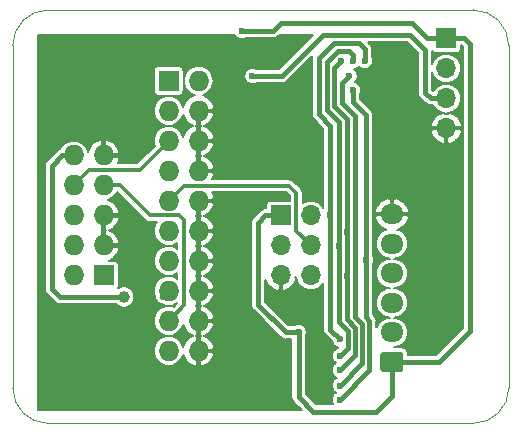
<source format=gbr>
G04 #@! TF.GenerationSoftware,KiCad,Pcbnew,5.1.4+dfsg1-1*
G04 #@! TF.CreationDate,2020-04-28T14:33:28+04:00*
G04 #@! TF.ProjectId,RailLink_Adapter,5261696c-4c69-46e6-9b5f-416461707465,rev?*
G04 #@! TF.SameCoordinates,Original*
G04 #@! TF.FileFunction,Copper,L2,Bot*
G04 #@! TF.FilePolarity,Positive*
%FSLAX46Y46*%
G04 Gerber Fmt 4.6, Leading zero omitted, Abs format (unit mm)*
G04 Created by KiCad (PCBNEW 5.1.4+dfsg1-1) date 2020-04-28 14:33:28*
%MOMM*%
%LPD*%
G04 APERTURE LIST*
%ADD10C,0.050000*%
%ADD11O,1.700000X1.700000*%
%ADD12R,1.700000X1.700000*%
%ADD13O,1.950000X1.700000*%
%ADD14C,0.100000*%
%ADD15C,1.700000*%
%ADD16O,1.727200X1.727200*%
%ADD17R,1.727200X1.727200*%
%ADD18C,0.600000*%
%ADD19C,1.000000*%
%ADD20C,0.300000*%
%ADD21C,0.400000*%
%ADD22C,0.200000*%
G04 APERTURE END LIST*
D10*
X110000000Y-58000000D02*
G75*
G02X113000000Y-55000000I3000000J0D01*
G01*
X113000000Y-90000000D02*
G75*
G02X110000000Y-87000000I0J3000000D01*
G01*
X152000000Y-87000000D02*
G75*
G02X149000000Y-90000000I-3000000J0D01*
G01*
X149000000Y-55000000D02*
G75*
G02X152000000Y-58000000I0J-3000000D01*
G01*
X110000000Y-87000000D02*
X110000000Y-58000000D01*
X149000000Y-90000000D02*
X113000000Y-90000000D01*
X152000000Y-58000000D02*
X152000000Y-87000000D01*
X113000000Y-55000000D02*
X149000000Y-55000000D01*
D11*
X135240000Y-77480000D03*
X132700000Y-77480000D03*
X135240000Y-74940000D03*
X132700000Y-74940000D03*
X135240000Y-72400000D03*
D12*
X132700000Y-72400000D03*
D13*
X142100000Y-72300000D03*
X142100000Y-74800000D03*
X142100000Y-77300000D03*
X142100000Y-79800000D03*
X142100000Y-82300000D03*
D14*
G36*
X142849504Y-83951204D02*
G01*
X142873773Y-83954804D01*
X142897571Y-83960765D01*
X142920671Y-83969030D01*
X142942849Y-83979520D01*
X142963893Y-83992133D01*
X142983598Y-84006747D01*
X143001777Y-84023223D01*
X143018253Y-84041402D01*
X143032867Y-84061107D01*
X143045480Y-84082151D01*
X143055970Y-84104329D01*
X143064235Y-84127429D01*
X143070196Y-84151227D01*
X143073796Y-84175496D01*
X143075000Y-84200000D01*
X143075000Y-85400000D01*
X143073796Y-85424504D01*
X143070196Y-85448773D01*
X143064235Y-85472571D01*
X143055970Y-85495671D01*
X143045480Y-85517849D01*
X143032867Y-85538893D01*
X143018253Y-85558598D01*
X143001777Y-85576777D01*
X142983598Y-85593253D01*
X142963893Y-85607867D01*
X142942849Y-85620480D01*
X142920671Y-85630970D01*
X142897571Y-85639235D01*
X142873773Y-85645196D01*
X142849504Y-85648796D01*
X142825000Y-85650000D01*
X141375000Y-85650000D01*
X141350496Y-85648796D01*
X141326227Y-85645196D01*
X141302429Y-85639235D01*
X141279329Y-85630970D01*
X141257151Y-85620480D01*
X141236107Y-85607867D01*
X141216402Y-85593253D01*
X141198223Y-85576777D01*
X141181747Y-85558598D01*
X141167133Y-85538893D01*
X141154520Y-85517849D01*
X141144030Y-85495671D01*
X141135765Y-85472571D01*
X141129804Y-85448773D01*
X141126204Y-85424504D01*
X141125000Y-85400000D01*
X141125000Y-84200000D01*
X141126204Y-84175496D01*
X141129804Y-84151227D01*
X141135765Y-84127429D01*
X141144030Y-84104329D01*
X141154520Y-84082151D01*
X141167133Y-84061107D01*
X141181747Y-84041402D01*
X141198223Y-84023223D01*
X141216402Y-84006747D01*
X141236107Y-83992133D01*
X141257151Y-83979520D01*
X141279329Y-83969030D01*
X141302429Y-83960765D01*
X141326227Y-83954804D01*
X141350496Y-83951204D01*
X141375000Y-83950000D01*
X142825000Y-83950000D01*
X142849504Y-83951204D01*
X142849504Y-83951204D01*
G37*
D15*
X142100000Y-84800000D03*
D11*
X146700000Y-65020000D03*
X146700000Y-62480000D03*
X146700000Y-59940000D03*
D12*
X146700000Y-57400000D03*
D16*
X125740000Y-83860000D03*
X123200000Y-83860000D03*
X125740000Y-81320000D03*
X123200000Y-81320000D03*
X125740000Y-78780000D03*
X123200000Y-78780000D03*
X125740000Y-76240000D03*
X123200000Y-76240000D03*
X125740000Y-73700000D03*
X123200000Y-73700000D03*
X125740000Y-71160000D03*
X123200000Y-71160000D03*
X125740000Y-68620000D03*
X123200000Y-68620000D03*
X125740000Y-66080000D03*
X123200000Y-66080000D03*
X125740000Y-63540000D03*
X123200000Y-63540000D03*
X125740000Y-61000000D03*
D17*
X123200000Y-61000000D03*
D16*
X115160000Y-67320000D03*
X117700000Y-67320000D03*
X115160000Y-69860000D03*
X117700000Y-69860000D03*
X115160000Y-72400000D03*
X117700000Y-72400000D03*
X115160000Y-74940000D03*
X117700000Y-74940000D03*
X115160000Y-77480000D03*
D17*
X117700000Y-77480000D03*
D18*
X137700000Y-88000000D03*
X138800000Y-61800000D03*
X139900000Y-76200000D03*
D19*
X119400000Y-79300000D03*
X113000000Y-88000000D03*
X113000000Y-81000000D03*
X126000000Y-88000000D03*
X130000000Y-88000000D03*
X142000000Y-66300000D03*
X142000000Y-61600000D03*
X142000000Y-59000000D03*
X129900000Y-68200000D03*
X129800000Y-65600000D03*
X129800000Y-63100000D03*
X125800000Y-57900000D03*
X114000000Y-65000000D03*
X115000000Y-62000000D03*
X120000000Y-62000000D03*
X129400000Y-76200000D03*
X129400000Y-73600000D03*
X129400000Y-71100000D03*
X129800000Y-84200000D03*
X145700000Y-83600000D03*
X147400000Y-70800000D03*
X119700000Y-72400000D03*
X147600000Y-81800000D03*
X134900000Y-80900000D03*
D18*
X137700000Y-86800000D03*
X138500000Y-60600000D03*
X130300000Y-60600000D03*
X137800000Y-59300000D03*
X137700000Y-85500000D03*
X138300000Y-77500000D03*
X138300000Y-73800000D03*
X137700000Y-84300000D03*
X137600000Y-75000000D03*
X138800000Y-59300000D03*
X137700000Y-82900000D03*
X136900000Y-72400000D03*
X139800000Y-59300000D03*
X129385000Y-56785000D03*
X134200000Y-82300000D03*
D20*
X115160000Y-67440000D02*
X115160000Y-67320000D01*
D21*
X137700000Y-88000000D02*
X140200010Y-85499990D01*
X140200010Y-85499990D02*
X140200010Y-81300010D01*
X140200010Y-81300010D02*
X139900000Y-81000000D01*
X139900000Y-81000000D02*
X139900000Y-76200000D01*
X138800000Y-62800000D02*
X138800000Y-61800000D01*
X139900000Y-63900000D02*
X138800000Y-62800000D01*
X115160000Y-67320000D02*
X114180000Y-67320000D01*
X114180000Y-67320000D02*
X113300000Y-68200000D01*
X113300000Y-68200000D02*
X113300000Y-78600000D01*
X113300000Y-78600000D02*
X114000000Y-79300000D01*
X122680000Y-79300000D02*
X123200000Y-78780000D01*
X139900000Y-76200000D02*
X139900000Y-63900000D01*
X114000000Y-79300000D02*
X119400000Y-79300000D01*
D20*
X115160000Y-69860000D02*
X115160000Y-69840000D01*
X115160000Y-69860000D02*
X116486399Y-68533601D01*
X120746399Y-68533601D02*
X123200000Y-66080000D01*
X116486399Y-68533601D02*
X120746399Y-68533601D01*
D21*
X139600000Y-81600000D02*
X139600000Y-84900000D01*
X137900000Y-61200000D02*
X137900000Y-62900000D01*
X138500000Y-60600000D02*
X137900000Y-61200000D01*
X137900000Y-62900000D02*
X139000000Y-64000000D01*
X139600000Y-84900000D02*
X137700000Y-86800000D01*
X139000000Y-64000000D02*
X139000000Y-81000000D01*
X139000000Y-81000000D02*
X139600000Y-81600000D01*
D20*
X117700000Y-69860000D02*
X117640000Y-69860000D01*
D21*
X132800000Y-60600000D02*
X136300000Y-57100000D01*
X136300000Y-57100000D02*
X143600000Y-57100000D01*
X145380000Y-62480000D02*
X146700000Y-62480000D01*
X130300000Y-60600000D02*
X132800000Y-60600000D01*
X143600000Y-57100000D02*
X144900000Y-58400000D01*
X144900000Y-62000000D02*
X145380000Y-62480000D01*
X144900000Y-58400000D02*
X144900000Y-62000000D01*
D20*
X124500000Y-80020000D02*
X123200000Y-81320000D01*
X119060000Y-69860000D02*
X121600000Y-72400000D01*
X117700000Y-69860000D02*
X119060000Y-69860000D01*
X121600000Y-72400000D02*
X124100000Y-72400000D01*
X124100000Y-72400000D02*
X124500000Y-72800000D01*
X124500000Y-72800000D02*
X124500000Y-80020000D01*
D21*
X137700000Y-85500000D02*
X139000000Y-84200000D01*
X139000000Y-84200000D02*
X139000000Y-81900000D01*
X139000000Y-81900000D02*
X138300000Y-81200000D01*
X138300000Y-81200000D02*
X138300000Y-77500000D01*
X138300000Y-64200000D02*
X137200000Y-63100000D01*
X137200000Y-59900000D02*
X137800000Y-59300000D01*
X137200000Y-63100000D02*
X137200000Y-59900000D01*
X138300000Y-64200000D02*
X138300000Y-73800000D01*
X138300000Y-73800000D02*
X138300000Y-77500000D01*
D20*
X123040000Y-71160000D02*
X123200000Y-71160000D01*
D21*
X137700000Y-84300000D02*
X138400000Y-83600000D01*
X138400000Y-83600000D02*
X138400000Y-82200000D01*
X138400000Y-82200000D02*
X137600000Y-81400000D01*
X137600000Y-81400000D02*
X137600000Y-75000000D01*
X138800000Y-58800000D02*
X138800000Y-59300000D01*
X138500000Y-58500000D02*
X138800000Y-58800000D01*
X137600000Y-64500000D02*
X136600000Y-63500000D01*
X137600000Y-75000000D02*
X137600000Y-64500000D01*
X136600000Y-63500000D02*
X136600000Y-59400000D01*
X136600000Y-59400000D02*
X137500000Y-58500000D01*
X137500000Y-58500000D02*
X138500000Y-58500000D01*
D20*
X123200000Y-71160000D02*
X124460000Y-69900000D01*
X124460000Y-69900000D02*
X133400000Y-69900000D01*
X133400000Y-69900000D02*
X134000000Y-70500000D01*
X134000000Y-73700000D02*
X135240000Y-74940000D01*
X134000000Y-70500000D02*
X134000000Y-73700000D01*
D21*
X136900000Y-82100000D02*
X136900000Y-72400000D01*
X137700000Y-82900000D02*
X136900000Y-82100000D01*
X139800000Y-58300000D02*
X139800000Y-59300000D01*
X136900000Y-64800000D02*
X135900000Y-63800000D01*
X139300000Y-57800000D02*
X139800000Y-58300000D01*
X136900000Y-72400000D02*
X136900000Y-64800000D01*
X135900000Y-63800000D02*
X135900000Y-59100000D01*
X135900000Y-59100000D02*
X137200000Y-57800000D01*
X137200000Y-57800000D02*
X139300000Y-57800000D01*
X145100000Y-57400000D02*
X146700000Y-57400000D01*
X143800000Y-56100000D02*
X145100000Y-57400000D01*
X132735000Y-56100000D02*
X143800000Y-56100000D01*
X129385000Y-56785000D02*
X132050000Y-56785000D01*
X132050000Y-56785000D02*
X132735000Y-56100000D01*
X146700000Y-57400000D02*
X148200000Y-57400000D01*
X148200000Y-57400000D02*
X148700000Y-57900000D01*
X148700000Y-57900000D02*
X148700000Y-82200000D01*
X146100000Y-84800000D02*
X142100000Y-84800000D01*
X148700000Y-82200000D02*
X146100000Y-84800000D01*
X131400000Y-72400000D02*
X132700000Y-72400000D01*
X130800000Y-73000000D02*
X131400000Y-72400000D01*
X130800000Y-80000000D02*
X130800000Y-73000000D01*
X134200000Y-82300000D02*
X134200000Y-87800000D01*
X140800000Y-89000000D02*
X142100000Y-87700000D01*
X134200000Y-87800000D02*
X135400000Y-89000000D01*
X135400000Y-89000000D02*
X140800000Y-89000000D01*
X134200000Y-82300000D02*
X133100000Y-82300000D01*
X142100000Y-87700000D02*
X142100000Y-84800000D01*
X133100000Y-82300000D02*
X130800000Y-80000000D01*
D22*
G36*
X128764668Y-57116574D02*
G01*
X128841274Y-57231224D01*
X128938776Y-57328726D01*
X129053426Y-57405332D01*
X129180818Y-57458099D01*
X129316056Y-57485000D01*
X129453944Y-57485000D01*
X129589182Y-57458099D01*
X129716574Y-57405332D01*
X129747003Y-57385000D01*
X132020526Y-57385000D01*
X132050000Y-57387903D01*
X132079474Y-57385000D01*
X132167621Y-57376318D01*
X132280721Y-57342010D01*
X132384955Y-57286296D01*
X132476317Y-57211317D01*
X132495113Y-57188414D01*
X132583527Y-57100000D01*
X135451471Y-57100000D01*
X132551473Y-60000000D01*
X130662003Y-60000000D01*
X130631574Y-59979668D01*
X130504182Y-59926901D01*
X130368944Y-59900000D01*
X130231056Y-59900000D01*
X130095818Y-59926901D01*
X129968426Y-59979668D01*
X129853776Y-60056274D01*
X129756274Y-60153776D01*
X129679668Y-60268426D01*
X129626901Y-60395818D01*
X129600000Y-60531056D01*
X129600000Y-60668944D01*
X129626901Y-60804182D01*
X129679668Y-60931574D01*
X129756274Y-61046224D01*
X129853776Y-61143726D01*
X129968426Y-61220332D01*
X130095818Y-61273099D01*
X130231056Y-61300000D01*
X130368944Y-61300000D01*
X130504182Y-61273099D01*
X130631574Y-61220332D01*
X130662003Y-61200000D01*
X132770526Y-61200000D01*
X132800000Y-61202903D01*
X132829474Y-61200000D01*
X132917621Y-61191318D01*
X133030721Y-61157010D01*
X133134955Y-61101296D01*
X133226317Y-61026317D01*
X133245113Y-61003414D01*
X135327203Y-58921325D01*
X135308682Y-58982380D01*
X135297097Y-59100000D01*
X135300001Y-59129484D01*
X135300000Y-63770526D01*
X135297097Y-63800000D01*
X135300000Y-63829473D01*
X135308682Y-63917620D01*
X135342990Y-64030720D01*
X135398704Y-64134954D01*
X135473683Y-64226317D01*
X135496586Y-64245113D01*
X136300001Y-65048529D01*
X136300000Y-71731426D01*
X136284366Y-71702177D01*
X136128160Y-71511840D01*
X135937823Y-71355634D01*
X135720669Y-71239563D01*
X135485043Y-71168087D01*
X135301405Y-71150000D01*
X135178595Y-71150000D01*
X134994957Y-71168087D01*
X134759331Y-71239563D01*
X134550000Y-71351453D01*
X134550000Y-70527007D01*
X134552660Y-70499999D01*
X134550000Y-70472991D01*
X134550000Y-70472982D01*
X134542042Y-70392181D01*
X134510592Y-70288506D01*
X134486818Y-70244028D01*
X134459521Y-70192957D01*
X134408013Y-70130195D01*
X134408008Y-70130190D01*
X134390790Y-70109210D01*
X134369809Y-70091992D01*
X133808013Y-69530195D01*
X133790790Y-69509210D01*
X133707042Y-69440479D01*
X133611494Y-69389408D01*
X133507819Y-69357958D01*
X133427018Y-69350000D01*
X133427008Y-69350000D01*
X133400000Y-69347340D01*
X133372992Y-69350000D01*
X126890148Y-69350000D01*
X126898988Y-69338446D01*
X127016880Y-69098534D01*
X127067542Y-68931508D01*
X126974557Y-68720000D01*
X125840000Y-68720000D01*
X125840000Y-68740000D01*
X125640000Y-68740000D01*
X125640000Y-68720000D01*
X125620000Y-68720000D01*
X125620000Y-68520000D01*
X125640000Y-68520000D01*
X125640000Y-67385068D01*
X125559913Y-67350000D01*
X125640000Y-67314932D01*
X125640000Y-66180000D01*
X125840000Y-66180000D01*
X125840000Y-67314932D01*
X125920087Y-67350000D01*
X125840000Y-67385068D01*
X125840000Y-68520000D01*
X126974557Y-68520000D01*
X127067542Y-68308492D01*
X127016880Y-68141466D01*
X126898988Y-67901554D01*
X126736556Y-67689251D01*
X126535827Y-67512717D01*
X126304515Y-67378735D01*
X126220254Y-67350000D01*
X126304515Y-67321265D01*
X126535827Y-67187283D01*
X126736556Y-67010749D01*
X126898988Y-66798446D01*
X127016880Y-66558534D01*
X127067542Y-66391508D01*
X126974557Y-66180000D01*
X125840000Y-66180000D01*
X125640000Y-66180000D01*
X125620000Y-66180000D01*
X125620000Y-65980000D01*
X125640000Y-65980000D01*
X125640000Y-64845068D01*
X125559913Y-64810000D01*
X125640000Y-64774932D01*
X125640000Y-63640000D01*
X125840000Y-63640000D01*
X125840000Y-64774932D01*
X125920087Y-64810000D01*
X125840000Y-64845068D01*
X125840000Y-65980000D01*
X126974557Y-65980000D01*
X127067542Y-65768492D01*
X127016880Y-65601466D01*
X126898988Y-65361554D01*
X126736556Y-65149251D01*
X126535827Y-64972717D01*
X126304515Y-64838735D01*
X126220254Y-64810000D01*
X126304515Y-64781265D01*
X126535827Y-64647283D01*
X126736556Y-64470749D01*
X126898988Y-64258446D01*
X127016880Y-64018534D01*
X127067542Y-63851508D01*
X126974557Y-63640000D01*
X125840000Y-63640000D01*
X125640000Y-63640000D01*
X125620000Y-63640000D01*
X125620000Y-63440000D01*
X125640000Y-63440000D01*
X125640000Y-63420000D01*
X125840000Y-63420000D01*
X125840000Y-63440000D01*
X126974557Y-63440000D01*
X127067542Y-63228492D01*
X127016880Y-63061466D01*
X126898988Y-62821554D01*
X126736556Y-62609251D01*
X126535827Y-62432717D01*
X126304515Y-62298735D01*
X126072474Y-62219604D01*
X126225899Y-62173063D01*
X126445415Y-62055729D01*
X126637823Y-61897823D01*
X126795729Y-61705415D01*
X126913063Y-61485899D01*
X126985317Y-61247709D01*
X127009714Y-61000000D01*
X126985317Y-60752291D01*
X126913063Y-60514101D01*
X126795729Y-60294585D01*
X126637823Y-60102177D01*
X126445415Y-59944271D01*
X126225899Y-59826937D01*
X125987709Y-59754683D01*
X125802077Y-59736400D01*
X125677923Y-59736400D01*
X125492291Y-59754683D01*
X125254101Y-59826937D01*
X125034585Y-59944271D01*
X124842177Y-60102177D01*
X124684271Y-60294585D01*
X124566937Y-60514101D01*
X124494683Y-60752291D01*
X124470286Y-61000000D01*
X124494683Y-61247709D01*
X124566937Y-61485899D01*
X124684271Y-61705415D01*
X124842177Y-61897823D01*
X125034585Y-62055729D01*
X125254101Y-62173063D01*
X125407526Y-62219604D01*
X125175485Y-62298735D01*
X124944173Y-62432717D01*
X124743444Y-62609251D01*
X124581012Y-62821554D01*
X124463120Y-63061466D01*
X124419211Y-63206230D01*
X124373063Y-63054101D01*
X124255729Y-62834585D01*
X124097823Y-62642177D01*
X123905415Y-62484271D01*
X123685899Y-62366937D01*
X123447709Y-62294683D01*
X123262077Y-62276400D01*
X123137923Y-62276400D01*
X122952291Y-62294683D01*
X122714101Y-62366937D01*
X122494585Y-62484271D01*
X122302177Y-62642177D01*
X122144271Y-62834585D01*
X122026937Y-63054101D01*
X121954683Y-63292291D01*
X121930286Y-63540000D01*
X121954683Y-63787709D01*
X122026937Y-64025899D01*
X122144271Y-64245415D01*
X122302177Y-64437823D01*
X122494585Y-64595729D01*
X122714101Y-64713063D01*
X122952291Y-64785317D01*
X123137923Y-64803600D01*
X123262077Y-64803600D01*
X123447709Y-64785317D01*
X123685899Y-64713063D01*
X123905415Y-64595729D01*
X124097823Y-64437823D01*
X124255729Y-64245415D01*
X124373063Y-64025899D01*
X124419211Y-63873770D01*
X124463120Y-64018534D01*
X124581012Y-64258446D01*
X124743444Y-64470749D01*
X124944173Y-64647283D01*
X125175485Y-64781265D01*
X125259746Y-64810000D01*
X125175485Y-64838735D01*
X124944173Y-64972717D01*
X124743444Y-65149251D01*
X124581012Y-65361554D01*
X124463120Y-65601466D01*
X124419211Y-65746230D01*
X124373063Y-65594101D01*
X124255729Y-65374585D01*
X124097823Y-65182177D01*
X123905415Y-65024271D01*
X123685899Y-64906937D01*
X123447709Y-64834683D01*
X123262077Y-64816400D01*
X123137923Y-64816400D01*
X122952291Y-64834683D01*
X122714101Y-64906937D01*
X122494585Y-65024271D01*
X122302177Y-65182177D01*
X122144271Y-65374585D01*
X122026937Y-65594101D01*
X121954683Y-65832291D01*
X121930286Y-66080000D01*
X121954683Y-66327709D01*
X122005838Y-66496345D01*
X120518582Y-67983601D01*
X118885939Y-67983601D01*
X118976880Y-67798534D01*
X119027542Y-67631508D01*
X118934557Y-67420000D01*
X117800000Y-67420000D01*
X117800000Y-67440000D01*
X117600000Y-67440000D01*
X117600000Y-67420000D01*
X117580000Y-67420000D01*
X117580000Y-67220000D01*
X117600000Y-67220000D01*
X117600000Y-66085068D01*
X117800000Y-66085068D01*
X117800000Y-67220000D01*
X118934557Y-67220000D01*
X119027542Y-67008492D01*
X118976880Y-66841466D01*
X118858988Y-66601554D01*
X118696556Y-66389251D01*
X118495827Y-66212717D01*
X118264515Y-66078735D01*
X118011509Y-65992454D01*
X117800000Y-66085068D01*
X117600000Y-66085068D01*
X117388491Y-65992454D01*
X117135485Y-66078735D01*
X116904173Y-66212717D01*
X116703444Y-66389251D01*
X116541012Y-66601554D01*
X116423120Y-66841466D01*
X116379211Y-66986230D01*
X116333063Y-66834101D01*
X116215729Y-66614585D01*
X116057823Y-66422177D01*
X115865415Y-66264271D01*
X115645899Y-66146937D01*
X115407709Y-66074683D01*
X115222077Y-66056400D01*
X115097923Y-66056400D01*
X114912291Y-66074683D01*
X114674101Y-66146937D01*
X114454585Y-66264271D01*
X114262177Y-66422177D01*
X114104271Y-66614585D01*
X114039590Y-66735595D01*
X113949279Y-66762990D01*
X113845045Y-66818704D01*
X113753683Y-66893683D01*
X113734891Y-66916581D01*
X112896586Y-67754887D01*
X112873683Y-67773683D01*
X112798704Y-67865046D01*
X112742990Y-67969280D01*
X112725962Y-68025415D01*
X112708682Y-68082380D01*
X112697097Y-68200000D01*
X112700000Y-68229474D01*
X112700001Y-78570516D01*
X112697097Y-78600000D01*
X112708682Y-78717620D01*
X112727605Y-78780000D01*
X112742991Y-78830721D01*
X112798705Y-78934955D01*
X112873684Y-79026317D01*
X112896581Y-79045108D01*
X113554891Y-79703419D01*
X113573683Y-79726317D01*
X113665045Y-79801296D01*
X113769279Y-79857010D01*
X113848070Y-79880911D01*
X113882378Y-79891318D01*
X113893640Y-79892427D01*
X113970526Y-79900000D01*
X113970533Y-79900000D01*
X113999999Y-79902902D01*
X114029465Y-79900000D01*
X118727207Y-79900000D01*
X118826283Y-79999076D01*
X118973690Y-80097570D01*
X119137480Y-80165414D01*
X119311358Y-80200000D01*
X119488642Y-80200000D01*
X119662520Y-80165414D01*
X119826310Y-80097570D01*
X119973717Y-79999076D01*
X120099076Y-79873717D01*
X120197570Y-79726310D01*
X120265414Y-79562520D01*
X120300000Y-79388642D01*
X120300000Y-79211358D01*
X120265414Y-79037480D01*
X120197570Y-78873690D01*
X120099076Y-78726283D01*
X119973717Y-78600924D01*
X119826310Y-78502430D01*
X119662520Y-78434586D01*
X119488642Y-78400000D01*
X119311358Y-78400000D01*
X119137480Y-78434586D01*
X118973690Y-78502430D01*
X118909241Y-78545494D01*
X118934940Y-78497414D01*
X118957812Y-78422014D01*
X118965535Y-78343600D01*
X118965535Y-76616400D01*
X118957812Y-76537986D01*
X118934940Y-76462586D01*
X118897797Y-76393097D01*
X118847811Y-76332189D01*
X118786903Y-76282203D01*
X118717414Y-76245060D01*
X118642014Y-76222188D01*
X118563600Y-76214465D01*
X118167161Y-76214465D01*
X118264515Y-76181265D01*
X118495827Y-76047283D01*
X118696556Y-75870749D01*
X118858988Y-75658446D01*
X118976880Y-75418534D01*
X119027542Y-75251508D01*
X118934557Y-75040000D01*
X117800000Y-75040000D01*
X117800000Y-75060000D01*
X117600000Y-75060000D01*
X117600000Y-75040000D01*
X117580000Y-75040000D01*
X117580000Y-74840000D01*
X117600000Y-74840000D01*
X117600000Y-73705068D01*
X117519913Y-73670000D01*
X117600000Y-73634932D01*
X117600000Y-72500000D01*
X117800000Y-72500000D01*
X117800000Y-73634932D01*
X117880087Y-73670000D01*
X117800000Y-73705068D01*
X117800000Y-74840000D01*
X118934557Y-74840000D01*
X119027542Y-74628492D01*
X118976880Y-74461466D01*
X118858988Y-74221554D01*
X118696556Y-74009251D01*
X118495827Y-73832717D01*
X118264515Y-73698735D01*
X118180254Y-73670000D01*
X118264515Y-73641265D01*
X118495827Y-73507283D01*
X118696556Y-73330749D01*
X118858988Y-73118446D01*
X118976880Y-72878534D01*
X119027542Y-72711508D01*
X118934557Y-72500000D01*
X117800000Y-72500000D01*
X117600000Y-72500000D01*
X117580000Y-72500000D01*
X117580000Y-72300000D01*
X117600000Y-72300000D01*
X117600000Y-72280000D01*
X117800000Y-72280000D01*
X117800000Y-72300000D01*
X118934557Y-72300000D01*
X119027542Y-72088492D01*
X118976880Y-71921466D01*
X118858988Y-71681554D01*
X118696556Y-71469251D01*
X118495827Y-71292717D01*
X118264515Y-71158735D01*
X118032474Y-71079604D01*
X118185899Y-71033063D01*
X118405415Y-70915729D01*
X118597823Y-70757823D01*
X118755729Y-70565415D01*
X118836495Y-70414312D01*
X121191992Y-72769810D01*
X121209210Y-72790790D01*
X121230190Y-72808008D01*
X121230195Y-72808013D01*
X121252499Y-72826317D01*
X121292958Y-72859521D01*
X121388506Y-72910592D01*
X121492181Y-72942042D01*
X121572982Y-72950000D01*
X121572991Y-72950000D01*
X121599999Y-72952660D01*
X121627007Y-72950000D01*
X122180861Y-72950000D01*
X122144271Y-72994585D01*
X122026937Y-73214101D01*
X121954683Y-73452291D01*
X121930286Y-73700000D01*
X121954683Y-73947709D01*
X122026937Y-74185899D01*
X122144271Y-74405415D01*
X122302177Y-74597823D01*
X122494585Y-74755729D01*
X122714101Y-74873063D01*
X122952291Y-74945317D01*
X123137923Y-74963600D01*
X123262077Y-74963600D01*
X123447709Y-74945317D01*
X123685899Y-74873063D01*
X123905415Y-74755729D01*
X123950000Y-74719139D01*
X123950000Y-75220861D01*
X123905415Y-75184271D01*
X123685899Y-75066937D01*
X123447709Y-74994683D01*
X123262077Y-74976400D01*
X123137923Y-74976400D01*
X122952291Y-74994683D01*
X122714101Y-75066937D01*
X122494585Y-75184271D01*
X122302177Y-75342177D01*
X122144271Y-75534585D01*
X122026937Y-75754101D01*
X121954683Y-75992291D01*
X121930286Y-76240000D01*
X121954683Y-76487709D01*
X122026937Y-76725899D01*
X122144271Y-76945415D01*
X122302177Y-77137823D01*
X122494585Y-77295729D01*
X122714101Y-77413063D01*
X122952291Y-77485317D01*
X123137923Y-77503600D01*
X123262077Y-77503600D01*
X123447709Y-77485317D01*
X123685899Y-77413063D01*
X123905415Y-77295729D01*
X123950001Y-77259138D01*
X123950001Y-77760862D01*
X123905415Y-77724271D01*
X123685899Y-77606937D01*
X123447709Y-77534683D01*
X123262077Y-77516400D01*
X123137923Y-77516400D01*
X122952291Y-77534683D01*
X122714101Y-77606937D01*
X122494585Y-77724271D01*
X122302177Y-77882177D01*
X122144271Y-78074585D01*
X122026937Y-78294101D01*
X121954683Y-78532291D01*
X121930286Y-78780000D01*
X121954683Y-79027709D01*
X122026937Y-79265899D01*
X122084310Y-79373237D01*
X122088682Y-79417620D01*
X122122991Y-79530721D01*
X122178705Y-79634954D01*
X122253684Y-79726316D01*
X122345046Y-79801295D01*
X122449279Y-79857009D01*
X122562380Y-79891318D01*
X122606763Y-79895690D01*
X122714101Y-79953063D01*
X122952291Y-80025317D01*
X123137923Y-80043600D01*
X123262077Y-80043600D01*
X123447709Y-80025317D01*
X123685899Y-79953063D01*
X123905415Y-79835729D01*
X123911209Y-79830974D01*
X123616345Y-80125838D01*
X123447709Y-80074683D01*
X123262077Y-80056400D01*
X123137923Y-80056400D01*
X122952291Y-80074683D01*
X122714101Y-80146937D01*
X122494585Y-80264271D01*
X122302177Y-80422177D01*
X122144271Y-80614585D01*
X122026937Y-80834101D01*
X121954683Y-81072291D01*
X121930286Y-81320000D01*
X121954683Y-81567709D01*
X122026937Y-81805899D01*
X122144271Y-82025415D01*
X122302177Y-82217823D01*
X122494585Y-82375729D01*
X122714101Y-82493063D01*
X122952291Y-82565317D01*
X123137923Y-82583600D01*
X123262077Y-82583600D01*
X123447709Y-82565317D01*
X123685899Y-82493063D01*
X123905415Y-82375729D01*
X124097823Y-82217823D01*
X124255729Y-82025415D01*
X124373063Y-81805899D01*
X124419211Y-81653770D01*
X124463120Y-81798534D01*
X124581012Y-82038446D01*
X124743444Y-82250749D01*
X124944173Y-82427283D01*
X125175485Y-82561265D01*
X125259746Y-82590000D01*
X125175485Y-82618735D01*
X124944173Y-82752717D01*
X124743444Y-82929251D01*
X124581012Y-83141554D01*
X124463120Y-83381466D01*
X124419211Y-83526230D01*
X124373063Y-83374101D01*
X124255729Y-83154585D01*
X124097823Y-82962177D01*
X123905415Y-82804271D01*
X123685899Y-82686937D01*
X123447709Y-82614683D01*
X123262077Y-82596400D01*
X123137923Y-82596400D01*
X122952291Y-82614683D01*
X122714101Y-82686937D01*
X122494585Y-82804271D01*
X122302177Y-82962177D01*
X122144271Y-83154585D01*
X122026937Y-83374101D01*
X121954683Y-83612291D01*
X121930286Y-83860000D01*
X121954683Y-84107709D01*
X122026937Y-84345899D01*
X122144271Y-84565415D01*
X122302177Y-84757823D01*
X122494585Y-84915729D01*
X122714101Y-85033063D01*
X122952291Y-85105317D01*
X123137923Y-85123600D01*
X123262077Y-85123600D01*
X123447709Y-85105317D01*
X123685899Y-85033063D01*
X123905415Y-84915729D01*
X124097823Y-84757823D01*
X124255729Y-84565415D01*
X124373063Y-84345899D01*
X124419211Y-84193770D01*
X124463120Y-84338534D01*
X124581012Y-84578446D01*
X124743444Y-84790749D01*
X124944173Y-84967283D01*
X125175485Y-85101265D01*
X125428491Y-85187546D01*
X125640000Y-85094932D01*
X125640000Y-83960000D01*
X125840000Y-83960000D01*
X125840000Y-85094932D01*
X126051509Y-85187546D01*
X126304515Y-85101265D01*
X126535827Y-84967283D01*
X126736556Y-84790749D01*
X126898988Y-84578446D01*
X127016880Y-84338534D01*
X127067542Y-84171508D01*
X126974557Y-83960000D01*
X125840000Y-83960000D01*
X125640000Y-83960000D01*
X125620000Y-83960000D01*
X125620000Y-83760000D01*
X125640000Y-83760000D01*
X125640000Y-82625068D01*
X125559913Y-82590000D01*
X125640000Y-82554932D01*
X125640000Y-81420000D01*
X125840000Y-81420000D01*
X125840000Y-82554932D01*
X125920087Y-82590000D01*
X125840000Y-82625068D01*
X125840000Y-83760000D01*
X126974557Y-83760000D01*
X127067542Y-83548492D01*
X127016880Y-83381466D01*
X126898988Y-83141554D01*
X126736556Y-82929251D01*
X126535827Y-82752717D01*
X126304515Y-82618735D01*
X126220254Y-82590000D01*
X126304515Y-82561265D01*
X126535827Y-82427283D01*
X126736556Y-82250749D01*
X126898988Y-82038446D01*
X127016880Y-81798534D01*
X127067542Y-81631508D01*
X126974557Y-81420000D01*
X125840000Y-81420000D01*
X125640000Y-81420000D01*
X125620000Y-81420000D01*
X125620000Y-81220000D01*
X125640000Y-81220000D01*
X125640000Y-80085068D01*
X125559913Y-80050000D01*
X125640000Y-80014932D01*
X125640000Y-78880000D01*
X125840000Y-78880000D01*
X125840000Y-80014932D01*
X125920087Y-80050000D01*
X125840000Y-80085068D01*
X125840000Y-81220000D01*
X126974557Y-81220000D01*
X127067542Y-81008492D01*
X127016880Y-80841466D01*
X126898988Y-80601554D01*
X126736556Y-80389251D01*
X126535827Y-80212717D01*
X126304515Y-80078735D01*
X126220254Y-80050000D01*
X126304515Y-80021265D01*
X126535827Y-79887283D01*
X126736556Y-79710749D01*
X126898988Y-79498446D01*
X127016880Y-79258534D01*
X127067542Y-79091508D01*
X126974557Y-78880000D01*
X125840000Y-78880000D01*
X125640000Y-78880000D01*
X125620000Y-78880000D01*
X125620000Y-78680000D01*
X125640000Y-78680000D01*
X125640000Y-77545068D01*
X125559913Y-77510000D01*
X125640000Y-77474932D01*
X125640000Y-76340000D01*
X125840000Y-76340000D01*
X125840000Y-77474932D01*
X125920087Y-77510000D01*
X125840000Y-77545068D01*
X125840000Y-78680000D01*
X126974557Y-78680000D01*
X127067542Y-78468492D01*
X127016880Y-78301466D01*
X126898988Y-78061554D01*
X126736556Y-77849251D01*
X126535827Y-77672717D01*
X126304515Y-77538735D01*
X126220254Y-77510000D01*
X126304515Y-77481265D01*
X126535827Y-77347283D01*
X126736556Y-77170749D01*
X126898988Y-76958446D01*
X127016880Y-76718534D01*
X127067542Y-76551508D01*
X126974557Y-76340000D01*
X125840000Y-76340000D01*
X125640000Y-76340000D01*
X125620000Y-76340000D01*
X125620000Y-76140000D01*
X125640000Y-76140000D01*
X125640000Y-75005068D01*
X125559913Y-74970000D01*
X125640000Y-74934932D01*
X125640000Y-73800000D01*
X125840000Y-73800000D01*
X125840000Y-74934932D01*
X125920087Y-74970000D01*
X125840000Y-75005068D01*
X125840000Y-76140000D01*
X126974557Y-76140000D01*
X127067542Y-75928492D01*
X127016880Y-75761466D01*
X126898988Y-75521554D01*
X126736556Y-75309251D01*
X126535827Y-75132717D01*
X126304515Y-74998735D01*
X126220254Y-74970000D01*
X126304515Y-74941265D01*
X126535827Y-74807283D01*
X126736556Y-74630749D01*
X126898988Y-74418446D01*
X127016880Y-74178534D01*
X127067542Y-74011508D01*
X126974557Y-73800000D01*
X125840000Y-73800000D01*
X125640000Y-73800000D01*
X125620000Y-73800000D01*
X125620000Y-73600000D01*
X125640000Y-73600000D01*
X125640000Y-72465068D01*
X125559913Y-72430000D01*
X125640000Y-72394932D01*
X125640000Y-71260000D01*
X125840000Y-71260000D01*
X125840000Y-72394932D01*
X125920087Y-72430000D01*
X125840000Y-72465068D01*
X125840000Y-73600000D01*
X126974557Y-73600000D01*
X127067542Y-73388492D01*
X127016880Y-73221466D01*
X126898988Y-72981554D01*
X126736556Y-72769251D01*
X126535827Y-72592717D01*
X126304515Y-72458735D01*
X126220254Y-72430000D01*
X126304515Y-72401265D01*
X126535827Y-72267283D01*
X126736556Y-72090749D01*
X126898988Y-71878446D01*
X127016880Y-71638534D01*
X127067542Y-71471508D01*
X126974557Y-71260000D01*
X125840000Y-71260000D01*
X125640000Y-71260000D01*
X125620000Y-71260000D01*
X125620000Y-71060000D01*
X125640000Y-71060000D01*
X125640000Y-71040000D01*
X125840000Y-71040000D01*
X125840000Y-71060000D01*
X126974557Y-71060000D01*
X127067542Y-70848492D01*
X127016880Y-70681466D01*
X126903138Y-70450000D01*
X133172183Y-70450000D01*
X133450000Y-70727818D01*
X133450000Y-71148065D01*
X131850000Y-71148065D01*
X131771586Y-71155788D01*
X131696186Y-71178660D01*
X131626697Y-71215803D01*
X131565789Y-71265789D01*
X131515803Y-71326697D01*
X131478660Y-71396186D01*
X131455788Y-71471586D01*
X131448065Y-71550000D01*
X131448065Y-71800000D01*
X131429473Y-71800000D01*
X131399999Y-71797097D01*
X131282379Y-71808682D01*
X131169279Y-71842990D01*
X131065045Y-71898704D01*
X130973683Y-71973683D01*
X130954891Y-71996581D01*
X130396581Y-72554892D01*
X130373684Y-72573683D01*
X130298705Y-72665045D01*
X130243006Y-72769251D01*
X130242991Y-72769279D01*
X130208682Y-72882380D01*
X130197097Y-73000000D01*
X130200001Y-73029484D01*
X130200000Y-79970526D01*
X130197097Y-80000000D01*
X130200000Y-80029473D01*
X130208682Y-80117620D01*
X130242990Y-80230720D01*
X130298704Y-80334954D01*
X130373683Y-80426317D01*
X130396586Y-80445113D01*
X132654891Y-82703419D01*
X132673683Y-82726317D01*
X132765045Y-82801296D01*
X132869279Y-82857010D01*
X132982379Y-82891318D01*
X133099999Y-82902903D01*
X133129473Y-82900000D01*
X133600000Y-82900000D01*
X133600001Y-87770516D01*
X133597097Y-87800000D01*
X133608682Y-87917620D01*
X133627146Y-87978486D01*
X133642991Y-88030721D01*
X133698705Y-88134955D01*
X133773684Y-88226317D01*
X133796581Y-88245109D01*
X134451472Y-88900000D01*
X112100000Y-88900000D01*
X112100000Y-60136400D01*
X121934465Y-60136400D01*
X121934465Y-61863600D01*
X121942188Y-61942014D01*
X121965060Y-62017414D01*
X122002203Y-62086903D01*
X122052189Y-62147811D01*
X122113097Y-62197797D01*
X122182586Y-62234940D01*
X122257986Y-62257812D01*
X122336400Y-62265535D01*
X124063600Y-62265535D01*
X124142014Y-62257812D01*
X124217414Y-62234940D01*
X124286903Y-62197797D01*
X124347811Y-62147811D01*
X124397797Y-62086903D01*
X124434940Y-62017414D01*
X124457812Y-61942014D01*
X124465535Y-61863600D01*
X124465535Y-60136400D01*
X124457812Y-60057986D01*
X124434940Y-59982586D01*
X124397797Y-59913097D01*
X124347811Y-59852189D01*
X124286903Y-59802203D01*
X124217414Y-59765060D01*
X124142014Y-59742188D01*
X124063600Y-59734465D01*
X122336400Y-59734465D01*
X122257986Y-59742188D01*
X122182586Y-59765060D01*
X122113097Y-59802203D01*
X122052189Y-59852189D01*
X122002203Y-59913097D01*
X121965060Y-59982586D01*
X121942188Y-60057986D01*
X121934465Y-60136400D01*
X112100000Y-60136400D01*
X112100000Y-57100000D01*
X128757803Y-57100000D01*
X128764668Y-57116574D01*
X128764668Y-57116574D01*
G37*
X128764668Y-57116574D02*
X128841274Y-57231224D01*
X128938776Y-57328726D01*
X129053426Y-57405332D01*
X129180818Y-57458099D01*
X129316056Y-57485000D01*
X129453944Y-57485000D01*
X129589182Y-57458099D01*
X129716574Y-57405332D01*
X129747003Y-57385000D01*
X132020526Y-57385000D01*
X132050000Y-57387903D01*
X132079474Y-57385000D01*
X132167621Y-57376318D01*
X132280721Y-57342010D01*
X132384955Y-57286296D01*
X132476317Y-57211317D01*
X132495113Y-57188414D01*
X132583527Y-57100000D01*
X135451471Y-57100000D01*
X132551473Y-60000000D01*
X130662003Y-60000000D01*
X130631574Y-59979668D01*
X130504182Y-59926901D01*
X130368944Y-59900000D01*
X130231056Y-59900000D01*
X130095818Y-59926901D01*
X129968426Y-59979668D01*
X129853776Y-60056274D01*
X129756274Y-60153776D01*
X129679668Y-60268426D01*
X129626901Y-60395818D01*
X129600000Y-60531056D01*
X129600000Y-60668944D01*
X129626901Y-60804182D01*
X129679668Y-60931574D01*
X129756274Y-61046224D01*
X129853776Y-61143726D01*
X129968426Y-61220332D01*
X130095818Y-61273099D01*
X130231056Y-61300000D01*
X130368944Y-61300000D01*
X130504182Y-61273099D01*
X130631574Y-61220332D01*
X130662003Y-61200000D01*
X132770526Y-61200000D01*
X132800000Y-61202903D01*
X132829474Y-61200000D01*
X132917621Y-61191318D01*
X133030721Y-61157010D01*
X133134955Y-61101296D01*
X133226317Y-61026317D01*
X133245113Y-61003414D01*
X135327203Y-58921325D01*
X135308682Y-58982380D01*
X135297097Y-59100000D01*
X135300001Y-59129484D01*
X135300000Y-63770526D01*
X135297097Y-63800000D01*
X135300000Y-63829473D01*
X135308682Y-63917620D01*
X135342990Y-64030720D01*
X135398704Y-64134954D01*
X135473683Y-64226317D01*
X135496586Y-64245113D01*
X136300001Y-65048529D01*
X136300000Y-71731426D01*
X136284366Y-71702177D01*
X136128160Y-71511840D01*
X135937823Y-71355634D01*
X135720669Y-71239563D01*
X135485043Y-71168087D01*
X135301405Y-71150000D01*
X135178595Y-71150000D01*
X134994957Y-71168087D01*
X134759331Y-71239563D01*
X134550000Y-71351453D01*
X134550000Y-70527007D01*
X134552660Y-70499999D01*
X134550000Y-70472991D01*
X134550000Y-70472982D01*
X134542042Y-70392181D01*
X134510592Y-70288506D01*
X134486818Y-70244028D01*
X134459521Y-70192957D01*
X134408013Y-70130195D01*
X134408008Y-70130190D01*
X134390790Y-70109210D01*
X134369809Y-70091992D01*
X133808013Y-69530195D01*
X133790790Y-69509210D01*
X133707042Y-69440479D01*
X133611494Y-69389408D01*
X133507819Y-69357958D01*
X133427018Y-69350000D01*
X133427008Y-69350000D01*
X133400000Y-69347340D01*
X133372992Y-69350000D01*
X126890148Y-69350000D01*
X126898988Y-69338446D01*
X127016880Y-69098534D01*
X127067542Y-68931508D01*
X126974557Y-68720000D01*
X125840000Y-68720000D01*
X125840000Y-68740000D01*
X125640000Y-68740000D01*
X125640000Y-68720000D01*
X125620000Y-68720000D01*
X125620000Y-68520000D01*
X125640000Y-68520000D01*
X125640000Y-67385068D01*
X125559913Y-67350000D01*
X125640000Y-67314932D01*
X125640000Y-66180000D01*
X125840000Y-66180000D01*
X125840000Y-67314932D01*
X125920087Y-67350000D01*
X125840000Y-67385068D01*
X125840000Y-68520000D01*
X126974557Y-68520000D01*
X127067542Y-68308492D01*
X127016880Y-68141466D01*
X126898988Y-67901554D01*
X126736556Y-67689251D01*
X126535827Y-67512717D01*
X126304515Y-67378735D01*
X126220254Y-67350000D01*
X126304515Y-67321265D01*
X126535827Y-67187283D01*
X126736556Y-67010749D01*
X126898988Y-66798446D01*
X127016880Y-66558534D01*
X127067542Y-66391508D01*
X126974557Y-66180000D01*
X125840000Y-66180000D01*
X125640000Y-66180000D01*
X125620000Y-66180000D01*
X125620000Y-65980000D01*
X125640000Y-65980000D01*
X125640000Y-64845068D01*
X125559913Y-64810000D01*
X125640000Y-64774932D01*
X125640000Y-63640000D01*
X125840000Y-63640000D01*
X125840000Y-64774932D01*
X125920087Y-64810000D01*
X125840000Y-64845068D01*
X125840000Y-65980000D01*
X126974557Y-65980000D01*
X127067542Y-65768492D01*
X127016880Y-65601466D01*
X126898988Y-65361554D01*
X126736556Y-65149251D01*
X126535827Y-64972717D01*
X126304515Y-64838735D01*
X126220254Y-64810000D01*
X126304515Y-64781265D01*
X126535827Y-64647283D01*
X126736556Y-64470749D01*
X126898988Y-64258446D01*
X127016880Y-64018534D01*
X127067542Y-63851508D01*
X126974557Y-63640000D01*
X125840000Y-63640000D01*
X125640000Y-63640000D01*
X125620000Y-63640000D01*
X125620000Y-63440000D01*
X125640000Y-63440000D01*
X125640000Y-63420000D01*
X125840000Y-63420000D01*
X125840000Y-63440000D01*
X126974557Y-63440000D01*
X127067542Y-63228492D01*
X127016880Y-63061466D01*
X126898988Y-62821554D01*
X126736556Y-62609251D01*
X126535827Y-62432717D01*
X126304515Y-62298735D01*
X126072474Y-62219604D01*
X126225899Y-62173063D01*
X126445415Y-62055729D01*
X126637823Y-61897823D01*
X126795729Y-61705415D01*
X126913063Y-61485899D01*
X126985317Y-61247709D01*
X127009714Y-61000000D01*
X126985317Y-60752291D01*
X126913063Y-60514101D01*
X126795729Y-60294585D01*
X126637823Y-60102177D01*
X126445415Y-59944271D01*
X126225899Y-59826937D01*
X125987709Y-59754683D01*
X125802077Y-59736400D01*
X125677923Y-59736400D01*
X125492291Y-59754683D01*
X125254101Y-59826937D01*
X125034585Y-59944271D01*
X124842177Y-60102177D01*
X124684271Y-60294585D01*
X124566937Y-60514101D01*
X124494683Y-60752291D01*
X124470286Y-61000000D01*
X124494683Y-61247709D01*
X124566937Y-61485899D01*
X124684271Y-61705415D01*
X124842177Y-61897823D01*
X125034585Y-62055729D01*
X125254101Y-62173063D01*
X125407526Y-62219604D01*
X125175485Y-62298735D01*
X124944173Y-62432717D01*
X124743444Y-62609251D01*
X124581012Y-62821554D01*
X124463120Y-63061466D01*
X124419211Y-63206230D01*
X124373063Y-63054101D01*
X124255729Y-62834585D01*
X124097823Y-62642177D01*
X123905415Y-62484271D01*
X123685899Y-62366937D01*
X123447709Y-62294683D01*
X123262077Y-62276400D01*
X123137923Y-62276400D01*
X122952291Y-62294683D01*
X122714101Y-62366937D01*
X122494585Y-62484271D01*
X122302177Y-62642177D01*
X122144271Y-62834585D01*
X122026937Y-63054101D01*
X121954683Y-63292291D01*
X121930286Y-63540000D01*
X121954683Y-63787709D01*
X122026937Y-64025899D01*
X122144271Y-64245415D01*
X122302177Y-64437823D01*
X122494585Y-64595729D01*
X122714101Y-64713063D01*
X122952291Y-64785317D01*
X123137923Y-64803600D01*
X123262077Y-64803600D01*
X123447709Y-64785317D01*
X123685899Y-64713063D01*
X123905415Y-64595729D01*
X124097823Y-64437823D01*
X124255729Y-64245415D01*
X124373063Y-64025899D01*
X124419211Y-63873770D01*
X124463120Y-64018534D01*
X124581012Y-64258446D01*
X124743444Y-64470749D01*
X124944173Y-64647283D01*
X125175485Y-64781265D01*
X125259746Y-64810000D01*
X125175485Y-64838735D01*
X124944173Y-64972717D01*
X124743444Y-65149251D01*
X124581012Y-65361554D01*
X124463120Y-65601466D01*
X124419211Y-65746230D01*
X124373063Y-65594101D01*
X124255729Y-65374585D01*
X124097823Y-65182177D01*
X123905415Y-65024271D01*
X123685899Y-64906937D01*
X123447709Y-64834683D01*
X123262077Y-64816400D01*
X123137923Y-64816400D01*
X122952291Y-64834683D01*
X122714101Y-64906937D01*
X122494585Y-65024271D01*
X122302177Y-65182177D01*
X122144271Y-65374585D01*
X122026937Y-65594101D01*
X121954683Y-65832291D01*
X121930286Y-66080000D01*
X121954683Y-66327709D01*
X122005838Y-66496345D01*
X120518582Y-67983601D01*
X118885939Y-67983601D01*
X118976880Y-67798534D01*
X119027542Y-67631508D01*
X118934557Y-67420000D01*
X117800000Y-67420000D01*
X117800000Y-67440000D01*
X117600000Y-67440000D01*
X117600000Y-67420000D01*
X117580000Y-67420000D01*
X117580000Y-67220000D01*
X117600000Y-67220000D01*
X117600000Y-66085068D01*
X117800000Y-66085068D01*
X117800000Y-67220000D01*
X118934557Y-67220000D01*
X119027542Y-67008492D01*
X118976880Y-66841466D01*
X118858988Y-66601554D01*
X118696556Y-66389251D01*
X118495827Y-66212717D01*
X118264515Y-66078735D01*
X118011509Y-65992454D01*
X117800000Y-66085068D01*
X117600000Y-66085068D01*
X117388491Y-65992454D01*
X117135485Y-66078735D01*
X116904173Y-66212717D01*
X116703444Y-66389251D01*
X116541012Y-66601554D01*
X116423120Y-66841466D01*
X116379211Y-66986230D01*
X116333063Y-66834101D01*
X116215729Y-66614585D01*
X116057823Y-66422177D01*
X115865415Y-66264271D01*
X115645899Y-66146937D01*
X115407709Y-66074683D01*
X115222077Y-66056400D01*
X115097923Y-66056400D01*
X114912291Y-66074683D01*
X114674101Y-66146937D01*
X114454585Y-66264271D01*
X114262177Y-66422177D01*
X114104271Y-66614585D01*
X114039590Y-66735595D01*
X113949279Y-66762990D01*
X113845045Y-66818704D01*
X113753683Y-66893683D01*
X113734891Y-66916581D01*
X112896586Y-67754887D01*
X112873683Y-67773683D01*
X112798704Y-67865046D01*
X112742990Y-67969280D01*
X112725962Y-68025415D01*
X112708682Y-68082380D01*
X112697097Y-68200000D01*
X112700000Y-68229474D01*
X112700001Y-78570516D01*
X112697097Y-78600000D01*
X112708682Y-78717620D01*
X112727605Y-78780000D01*
X112742991Y-78830721D01*
X112798705Y-78934955D01*
X112873684Y-79026317D01*
X112896581Y-79045108D01*
X113554891Y-79703419D01*
X113573683Y-79726317D01*
X113665045Y-79801296D01*
X113769279Y-79857010D01*
X113848070Y-79880911D01*
X113882378Y-79891318D01*
X113893640Y-79892427D01*
X113970526Y-79900000D01*
X113970533Y-79900000D01*
X113999999Y-79902902D01*
X114029465Y-79900000D01*
X118727207Y-79900000D01*
X118826283Y-79999076D01*
X118973690Y-80097570D01*
X119137480Y-80165414D01*
X119311358Y-80200000D01*
X119488642Y-80200000D01*
X119662520Y-80165414D01*
X119826310Y-80097570D01*
X119973717Y-79999076D01*
X120099076Y-79873717D01*
X120197570Y-79726310D01*
X120265414Y-79562520D01*
X120300000Y-79388642D01*
X120300000Y-79211358D01*
X120265414Y-79037480D01*
X120197570Y-78873690D01*
X120099076Y-78726283D01*
X119973717Y-78600924D01*
X119826310Y-78502430D01*
X119662520Y-78434586D01*
X119488642Y-78400000D01*
X119311358Y-78400000D01*
X119137480Y-78434586D01*
X118973690Y-78502430D01*
X118909241Y-78545494D01*
X118934940Y-78497414D01*
X118957812Y-78422014D01*
X118965535Y-78343600D01*
X118965535Y-76616400D01*
X118957812Y-76537986D01*
X118934940Y-76462586D01*
X118897797Y-76393097D01*
X118847811Y-76332189D01*
X118786903Y-76282203D01*
X118717414Y-76245060D01*
X118642014Y-76222188D01*
X118563600Y-76214465D01*
X118167161Y-76214465D01*
X118264515Y-76181265D01*
X118495827Y-76047283D01*
X118696556Y-75870749D01*
X118858988Y-75658446D01*
X118976880Y-75418534D01*
X119027542Y-75251508D01*
X118934557Y-75040000D01*
X117800000Y-75040000D01*
X117800000Y-75060000D01*
X117600000Y-75060000D01*
X117600000Y-75040000D01*
X117580000Y-75040000D01*
X117580000Y-74840000D01*
X117600000Y-74840000D01*
X117600000Y-73705068D01*
X117519913Y-73670000D01*
X117600000Y-73634932D01*
X117600000Y-72500000D01*
X117800000Y-72500000D01*
X117800000Y-73634932D01*
X117880087Y-73670000D01*
X117800000Y-73705068D01*
X117800000Y-74840000D01*
X118934557Y-74840000D01*
X119027542Y-74628492D01*
X118976880Y-74461466D01*
X118858988Y-74221554D01*
X118696556Y-74009251D01*
X118495827Y-73832717D01*
X118264515Y-73698735D01*
X118180254Y-73670000D01*
X118264515Y-73641265D01*
X118495827Y-73507283D01*
X118696556Y-73330749D01*
X118858988Y-73118446D01*
X118976880Y-72878534D01*
X119027542Y-72711508D01*
X118934557Y-72500000D01*
X117800000Y-72500000D01*
X117600000Y-72500000D01*
X117580000Y-72500000D01*
X117580000Y-72300000D01*
X117600000Y-72300000D01*
X117600000Y-72280000D01*
X117800000Y-72280000D01*
X117800000Y-72300000D01*
X118934557Y-72300000D01*
X119027542Y-72088492D01*
X118976880Y-71921466D01*
X118858988Y-71681554D01*
X118696556Y-71469251D01*
X118495827Y-71292717D01*
X118264515Y-71158735D01*
X118032474Y-71079604D01*
X118185899Y-71033063D01*
X118405415Y-70915729D01*
X118597823Y-70757823D01*
X118755729Y-70565415D01*
X118836495Y-70414312D01*
X121191992Y-72769810D01*
X121209210Y-72790790D01*
X121230190Y-72808008D01*
X121230195Y-72808013D01*
X121252499Y-72826317D01*
X121292958Y-72859521D01*
X121388506Y-72910592D01*
X121492181Y-72942042D01*
X121572982Y-72950000D01*
X121572991Y-72950000D01*
X121599999Y-72952660D01*
X121627007Y-72950000D01*
X122180861Y-72950000D01*
X122144271Y-72994585D01*
X122026937Y-73214101D01*
X121954683Y-73452291D01*
X121930286Y-73700000D01*
X121954683Y-73947709D01*
X122026937Y-74185899D01*
X122144271Y-74405415D01*
X122302177Y-74597823D01*
X122494585Y-74755729D01*
X122714101Y-74873063D01*
X122952291Y-74945317D01*
X123137923Y-74963600D01*
X123262077Y-74963600D01*
X123447709Y-74945317D01*
X123685899Y-74873063D01*
X123905415Y-74755729D01*
X123950000Y-74719139D01*
X123950000Y-75220861D01*
X123905415Y-75184271D01*
X123685899Y-75066937D01*
X123447709Y-74994683D01*
X123262077Y-74976400D01*
X123137923Y-74976400D01*
X122952291Y-74994683D01*
X122714101Y-75066937D01*
X122494585Y-75184271D01*
X122302177Y-75342177D01*
X122144271Y-75534585D01*
X122026937Y-75754101D01*
X121954683Y-75992291D01*
X121930286Y-76240000D01*
X121954683Y-76487709D01*
X122026937Y-76725899D01*
X122144271Y-76945415D01*
X122302177Y-77137823D01*
X122494585Y-77295729D01*
X122714101Y-77413063D01*
X122952291Y-77485317D01*
X123137923Y-77503600D01*
X123262077Y-77503600D01*
X123447709Y-77485317D01*
X123685899Y-77413063D01*
X123905415Y-77295729D01*
X123950001Y-77259138D01*
X123950001Y-77760862D01*
X123905415Y-77724271D01*
X123685899Y-77606937D01*
X123447709Y-77534683D01*
X123262077Y-77516400D01*
X123137923Y-77516400D01*
X122952291Y-77534683D01*
X122714101Y-77606937D01*
X122494585Y-77724271D01*
X122302177Y-77882177D01*
X122144271Y-78074585D01*
X122026937Y-78294101D01*
X121954683Y-78532291D01*
X121930286Y-78780000D01*
X121954683Y-79027709D01*
X122026937Y-79265899D01*
X122084310Y-79373237D01*
X122088682Y-79417620D01*
X122122991Y-79530721D01*
X122178705Y-79634954D01*
X122253684Y-79726316D01*
X122345046Y-79801295D01*
X122449279Y-79857009D01*
X122562380Y-79891318D01*
X122606763Y-79895690D01*
X122714101Y-79953063D01*
X122952291Y-80025317D01*
X123137923Y-80043600D01*
X123262077Y-80043600D01*
X123447709Y-80025317D01*
X123685899Y-79953063D01*
X123905415Y-79835729D01*
X123911209Y-79830974D01*
X123616345Y-80125838D01*
X123447709Y-80074683D01*
X123262077Y-80056400D01*
X123137923Y-80056400D01*
X122952291Y-80074683D01*
X122714101Y-80146937D01*
X122494585Y-80264271D01*
X122302177Y-80422177D01*
X122144271Y-80614585D01*
X122026937Y-80834101D01*
X121954683Y-81072291D01*
X121930286Y-81320000D01*
X121954683Y-81567709D01*
X122026937Y-81805899D01*
X122144271Y-82025415D01*
X122302177Y-82217823D01*
X122494585Y-82375729D01*
X122714101Y-82493063D01*
X122952291Y-82565317D01*
X123137923Y-82583600D01*
X123262077Y-82583600D01*
X123447709Y-82565317D01*
X123685899Y-82493063D01*
X123905415Y-82375729D01*
X124097823Y-82217823D01*
X124255729Y-82025415D01*
X124373063Y-81805899D01*
X124419211Y-81653770D01*
X124463120Y-81798534D01*
X124581012Y-82038446D01*
X124743444Y-82250749D01*
X124944173Y-82427283D01*
X125175485Y-82561265D01*
X125259746Y-82590000D01*
X125175485Y-82618735D01*
X124944173Y-82752717D01*
X124743444Y-82929251D01*
X124581012Y-83141554D01*
X124463120Y-83381466D01*
X124419211Y-83526230D01*
X124373063Y-83374101D01*
X124255729Y-83154585D01*
X124097823Y-82962177D01*
X123905415Y-82804271D01*
X123685899Y-82686937D01*
X123447709Y-82614683D01*
X123262077Y-82596400D01*
X123137923Y-82596400D01*
X122952291Y-82614683D01*
X122714101Y-82686937D01*
X122494585Y-82804271D01*
X122302177Y-82962177D01*
X122144271Y-83154585D01*
X122026937Y-83374101D01*
X121954683Y-83612291D01*
X121930286Y-83860000D01*
X121954683Y-84107709D01*
X122026937Y-84345899D01*
X122144271Y-84565415D01*
X122302177Y-84757823D01*
X122494585Y-84915729D01*
X122714101Y-85033063D01*
X122952291Y-85105317D01*
X123137923Y-85123600D01*
X123262077Y-85123600D01*
X123447709Y-85105317D01*
X123685899Y-85033063D01*
X123905415Y-84915729D01*
X124097823Y-84757823D01*
X124255729Y-84565415D01*
X124373063Y-84345899D01*
X124419211Y-84193770D01*
X124463120Y-84338534D01*
X124581012Y-84578446D01*
X124743444Y-84790749D01*
X124944173Y-84967283D01*
X125175485Y-85101265D01*
X125428491Y-85187546D01*
X125640000Y-85094932D01*
X125640000Y-83960000D01*
X125840000Y-83960000D01*
X125840000Y-85094932D01*
X126051509Y-85187546D01*
X126304515Y-85101265D01*
X126535827Y-84967283D01*
X126736556Y-84790749D01*
X126898988Y-84578446D01*
X127016880Y-84338534D01*
X127067542Y-84171508D01*
X126974557Y-83960000D01*
X125840000Y-83960000D01*
X125640000Y-83960000D01*
X125620000Y-83960000D01*
X125620000Y-83760000D01*
X125640000Y-83760000D01*
X125640000Y-82625068D01*
X125559913Y-82590000D01*
X125640000Y-82554932D01*
X125640000Y-81420000D01*
X125840000Y-81420000D01*
X125840000Y-82554932D01*
X125920087Y-82590000D01*
X125840000Y-82625068D01*
X125840000Y-83760000D01*
X126974557Y-83760000D01*
X127067542Y-83548492D01*
X127016880Y-83381466D01*
X126898988Y-83141554D01*
X126736556Y-82929251D01*
X126535827Y-82752717D01*
X126304515Y-82618735D01*
X126220254Y-82590000D01*
X126304515Y-82561265D01*
X126535827Y-82427283D01*
X126736556Y-82250749D01*
X126898988Y-82038446D01*
X127016880Y-81798534D01*
X127067542Y-81631508D01*
X126974557Y-81420000D01*
X125840000Y-81420000D01*
X125640000Y-81420000D01*
X125620000Y-81420000D01*
X125620000Y-81220000D01*
X125640000Y-81220000D01*
X125640000Y-80085068D01*
X125559913Y-80050000D01*
X125640000Y-80014932D01*
X125640000Y-78880000D01*
X125840000Y-78880000D01*
X125840000Y-80014932D01*
X125920087Y-80050000D01*
X125840000Y-80085068D01*
X125840000Y-81220000D01*
X126974557Y-81220000D01*
X127067542Y-81008492D01*
X127016880Y-80841466D01*
X126898988Y-80601554D01*
X126736556Y-80389251D01*
X126535827Y-80212717D01*
X126304515Y-80078735D01*
X126220254Y-80050000D01*
X126304515Y-80021265D01*
X126535827Y-79887283D01*
X126736556Y-79710749D01*
X126898988Y-79498446D01*
X127016880Y-79258534D01*
X127067542Y-79091508D01*
X126974557Y-78880000D01*
X125840000Y-78880000D01*
X125640000Y-78880000D01*
X125620000Y-78880000D01*
X125620000Y-78680000D01*
X125640000Y-78680000D01*
X125640000Y-77545068D01*
X125559913Y-77510000D01*
X125640000Y-77474932D01*
X125640000Y-76340000D01*
X125840000Y-76340000D01*
X125840000Y-77474932D01*
X125920087Y-77510000D01*
X125840000Y-77545068D01*
X125840000Y-78680000D01*
X126974557Y-78680000D01*
X127067542Y-78468492D01*
X127016880Y-78301466D01*
X126898988Y-78061554D01*
X126736556Y-77849251D01*
X126535827Y-77672717D01*
X126304515Y-77538735D01*
X126220254Y-77510000D01*
X126304515Y-77481265D01*
X126535827Y-77347283D01*
X126736556Y-77170749D01*
X126898988Y-76958446D01*
X127016880Y-76718534D01*
X127067542Y-76551508D01*
X126974557Y-76340000D01*
X125840000Y-76340000D01*
X125640000Y-76340000D01*
X125620000Y-76340000D01*
X125620000Y-76140000D01*
X125640000Y-76140000D01*
X125640000Y-75005068D01*
X125559913Y-74970000D01*
X125640000Y-74934932D01*
X125640000Y-73800000D01*
X125840000Y-73800000D01*
X125840000Y-74934932D01*
X125920087Y-74970000D01*
X125840000Y-75005068D01*
X125840000Y-76140000D01*
X126974557Y-76140000D01*
X127067542Y-75928492D01*
X127016880Y-75761466D01*
X126898988Y-75521554D01*
X126736556Y-75309251D01*
X126535827Y-75132717D01*
X126304515Y-74998735D01*
X126220254Y-74970000D01*
X126304515Y-74941265D01*
X126535827Y-74807283D01*
X126736556Y-74630749D01*
X126898988Y-74418446D01*
X127016880Y-74178534D01*
X127067542Y-74011508D01*
X126974557Y-73800000D01*
X125840000Y-73800000D01*
X125640000Y-73800000D01*
X125620000Y-73800000D01*
X125620000Y-73600000D01*
X125640000Y-73600000D01*
X125640000Y-72465068D01*
X125559913Y-72430000D01*
X125640000Y-72394932D01*
X125640000Y-71260000D01*
X125840000Y-71260000D01*
X125840000Y-72394932D01*
X125920087Y-72430000D01*
X125840000Y-72465068D01*
X125840000Y-73600000D01*
X126974557Y-73600000D01*
X127067542Y-73388492D01*
X127016880Y-73221466D01*
X126898988Y-72981554D01*
X126736556Y-72769251D01*
X126535827Y-72592717D01*
X126304515Y-72458735D01*
X126220254Y-72430000D01*
X126304515Y-72401265D01*
X126535827Y-72267283D01*
X126736556Y-72090749D01*
X126898988Y-71878446D01*
X127016880Y-71638534D01*
X127067542Y-71471508D01*
X126974557Y-71260000D01*
X125840000Y-71260000D01*
X125640000Y-71260000D01*
X125620000Y-71260000D01*
X125620000Y-71060000D01*
X125640000Y-71060000D01*
X125640000Y-71040000D01*
X125840000Y-71040000D01*
X125840000Y-71060000D01*
X126974557Y-71060000D01*
X127067542Y-70848492D01*
X127016880Y-70681466D01*
X126903138Y-70450000D01*
X133172183Y-70450000D01*
X133450000Y-70727818D01*
X133450000Y-71148065D01*
X131850000Y-71148065D01*
X131771586Y-71155788D01*
X131696186Y-71178660D01*
X131626697Y-71215803D01*
X131565789Y-71265789D01*
X131515803Y-71326697D01*
X131478660Y-71396186D01*
X131455788Y-71471586D01*
X131448065Y-71550000D01*
X131448065Y-71800000D01*
X131429473Y-71800000D01*
X131399999Y-71797097D01*
X131282379Y-71808682D01*
X131169279Y-71842990D01*
X131065045Y-71898704D01*
X130973683Y-71973683D01*
X130954891Y-71996581D01*
X130396581Y-72554892D01*
X130373684Y-72573683D01*
X130298705Y-72665045D01*
X130243006Y-72769251D01*
X130242991Y-72769279D01*
X130208682Y-72882380D01*
X130197097Y-73000000D01*
X130200001Y-73029484D01*
X130200000Y-79970526D01*
X130197097Y-80000000D01*
X130200000Y-80029473D01*
X130208682Y-80117620D01*
X130242990Y-80230720D01*
X130298704Y-80334954D01*
X130373683Y-80426317D01*
X130396586Y-80445113D01*
X132654891Y-82703419D01*
X132673683Y-82726317D01*
X132765045Y-82801296D01*
X132869279Y-82857010D01*
X132982379Y-82891318D01*
X133099999Y-82902903D01*
X133129473Y-82900000D01*
X133600000Y-82900000D01*
X133600001Y-87770516D01*
X133597097Y-87800000D01*
X133608682Y-87917620D01*
X133627146Y-87978486D01*
X133642991Y-88030721D01*
X133698705Y-88134955D01*
X133773684Y-88226317D01*
X133796581Y-88245109D01*
X134451472Y-88900000D01*
X112100000Y-88900000D01*
X112100000Y-60136400D01*
X121934465Y-60136400D01*
X121934465Y-61863600D01*
X121942188Y-61942014D01*
X121965060Y-62017414D01*
X122002203Y-62086903D01*
X122052189Y-62147811D01*
X122113097Y-62197797D01*
X122182586Y-62234940D01*
X122257986Y-62257812D01*
X122336400Y-62265535D01*
X124063600Y-62265535D01*
X124142014Y-62257812D01*
X124217414Y-62234940D01*
X124286903Y-62197797D01*
X124347811Y-62147811D01*
X124397797Y-62086903D01*
X124434940Y-62017414D01*
X124457812Y-61942014D01*
X124465535Y-61863600D01*
X124465535Y-60136400D01*
X124457812Y-60057986D01*
X124434940Y-59982586D01*
X124397797Y-59913097D01*
X124347811Y-59852189D01*
X124286903Y-59802203D01*
X124217414Y-59765060D01*
X124142014Y-59742188D01*
X124063600Y-59734465D01*
X122336400Y-59734465D01*
X122257986Y-59742188D01*
X122182586Y-59765060D01*
X122113097Y-59802203D01*
X122052189Y-59852189D01*
X122002203Y-59913097D01*
X121965060Y-59982586D01*
X121942188Y-60057986D01*
X121934465Y-60136400D01*
X112100000Y-60136400D01*
X112100000Y-57100000D01*
X128757803Y-57100000D01*
X128764668Y-57116574D01*
G36*
X132800000Y-77380000D02*
G01*
X132820000Y-77380000D01*
X132820000Y-77580000D01*
X132800000Y-77580000D01*
X132800000Y-78701295D01*
X133009376Y-78794076D01*
X133259795Y-78708470D01*
X133488701Y-78575655D01*
X133687298Y-78400734D01*
X133847954Y-78190430D01*
X133964494Y-77952825D01*
X134014072Y-77789375D01*
X133920913Y-77580002D01*
X133993801Y-77580002D01*
X134008087Y-77725043D01*
X134079563Y-77960669D01*
X134195634Y-78177823D01*
X134351840Y-78368160D01*
X134542177Y-78524366D01*
X134759331Y-78640437D01*
X134994957Y-78711913D01*
X135178595Y-78730000D01*
X135301405Y-78730000D01*
X135485043Y-78711913D01*
X135720669Y-78640437D01*
X135937823Y-78524366D01*
X136128160Y-78368160D01*
X136284366Y-78177823D01*
X136300000Y-78148573D01*
X136300000Y-82070526D01*
X136297097Y-82100000D01*
X136300000Y-82129473D01*
X136308682Y-82217620D01*
X136342990Y-82330720D01*
X136398704Y-82434954D01*
X136473683Y-82526317D01*
X136496586Y-82545113D01*
X137019761Y-83068289D01*
X137026901Y-83104182D01*
X137079668Y-83231574D01*
X137156274Y-83346224D01*
X137253776Y-83443726D01*
X137368426Y-83520332D01*
X137495818Y-83573099D01*
X137564677Y-83586796D01*
X137531711Y-83619761D01*
X137495818Y-83626901D01*
X137368426Y-83679668D01*
X137253776Y-83756274D01*
X137156274Y-83853776D01*
X137079668Y-83968426D01*
X137026901Y-84095818D01*
X137000000Y-84231056D01*
X137000000Y-84368944D01*
X137026901Y-84504182D01*
X137079668Y-84631574D01*
X137156274Y-84746224D01*
X137253776Y-84843726D01*
X137337997Y-84900000D01*
X137253776Y-84956274D01*
X137156274Y-85053776D01*
X137079668Y-85168426D01*
X137026901Y-85295818D01*
X137000000Y-85431056D01*
X137000000Y-85568944D01*
X137026901Y-85704182D01*
X137079668Y-85831574D01*
X137156274Y-85946224D01*
X137253776Y-86043726D01*
X137368426Y-86120332D01*
X137440052Y-86150000D01*
X137368426Y-86179668D01*
X137253776Y-86256274D01*
X137156274Y-86353776D01*
X137079668Y-86468426D01*
X137026901Y-86595818D01*
X137000000Y-86731056D01*
X137000000Y-86868944D01*
X137026901Y-87004182D01*
X137079668Y-87131574D01*
X137156274Y-87246224D01*
X137253776Y-87343726D01*
X137337997Y-87400000D01*
X137253776Y-87456274D01*
X137156274Y-87553776D01*
X137079668Y-87668426D01*
X137026901Y-87795818D01*
X137000000Y-87931056D01*
X137000000Y-88068944D01*
X137026901Y-88204182D01*
X137079668Y-88331574D01*
X137125388Y-88400000D01*
X135648528Y-88400000D01*
X134800000Y-87551473D01*
X134800000Y-82662003D01*
X134820332Y-82631574D01*
X134873099Y-82504182D01*
X134900000Y-82368944D01*
X134900000Y-82231056D01*
X134873099Y-82095818D01*
X134820332Y-81968426D01*
X134743726Y-81853776D01*
X134646224Y-81756274D01*
X134531574Y-81679668D01*
X134404182Y-81626901D01*
X134268944Y-81600000D01*
X134131056Y-81600000D01*
X133995818Y-81626901D01*
X133868426Y-81679668D01*
X133837997Y-81700000D01*
X133348528Y-81700000D01*
X131400000Y-79751473D01*
X131400000Y-77835768D01*
X131435506Y-77952825D01*
X131552046Y-78190430D01*
X131712702Y-78400734D01*
X131911299Y-78575655D01*
X132140205Y-78708470D01*
X132390624Y-78794076D01*
X132600000Y-78701295D01*
X132600000Y-77580000D01*
X132580000Y-77580000D01*
X132580000Y-77380000D01*
X132600000Y-77380000D01*
X132600000Y-77360000D01*
X132800000Y-77360000D01*
X132800000Y-77380000D01*
X132800000Y-77380000D01*
G37*
X132800000Y-77380000D02*
X132820000Y-77380000D01*
X132820000Y-77580000D01*
X132800000Y-77580000D01*
X132800000Y-78701295D01*
X133009376Y-78794076D01*
X133259795Y-78708470D01*
X133488701Y-78575655D01*
X133687298Y-78400734D01*
X133847954Y-78190430D01*
X133964494Y-77952825D01*
X134014072Y-77789375D01*
X133920913Y-77580002D01*
X133993801Y-77580002D01*
X134008087Y-77725043D01*
X134079563Y-77960669D01*
X134195634Y-78177823D01*
X134351840Y-78368160D01*
X134542177Y-78524366D01*
X134759331Y-78640437D01*
X134994957Y-78711913D01*
X135178595Y-78730000D01*
X135301405Y-78730000D01*
X135485043Y-78711913D01*
X135720669Y-78640437D01*
X135937823Y-78524366D01*
X136128160Y-78368160D01*
X136284366Y-78177823D01*
X136300000Y-78148573D01*
X136300000Y-82070526D01*
X136297097Y-82100000D01*
X136300000Y-82129473D01*
X136308682Y-82217620D01*
X136342990Y-82330720D01*
X136398704Y-82434954D01*
X136473683Y-82526317D01*
X136496586Y-82545113D01*
X137019761Y-83068289D01*
X137026901Y-83104182D01*
X137079668Y-83231574D01*
X137156274Y-83346224D01*
X137253776Y-83443726D01*
X137368426Y-83520332D01*
X137495818Y-83573099D01*
X137564677Y-83586796D01*
X137531711Y-83619761D01*
X137495818Y-83626901D01*
X137368426Y-83679668D01*
X137253776Y-83756274D01*
X137156274Y-83853776D01*
X137079668Y-83968426D01*
X137026901Y-84095818D01*
X137000000Y-84231056D01*
X137000000Y-84368944D01*
X137026901Y-84504182D01*
X137079668Y-84631574D01*
X137156274Y-84746224D01*
X137253776Y-84843726D01*
X137337997Y-84900000D01*
X137253776Y-84956274D01*
X137156274Y-85053776D01*
X137079668Y-85168426D01*
X137026901Y-85295818D01*
X137000000Y-85431056D01*
X137000000Y-85568944D01*
X137026901Y-85704182D01*
X137079668Y-85831574D01*
X137156274Y-85946224D01*
X137253776Y-86043726D01*
X137368426Y-86120332D01*
X137440052Y-86150000D01*
X137368426Y-86179668D01*
X137253776Y-86256274D01*
X137156274Y-86353776D01*
X137079668Y-86468426D01*
X137026901Y-86595818D01*
X137000000Y-86731056D01*
X137000000Y-86868944D01*
X137026901Y-87004182D01*
X137079668Y-87131574D01*
X137156274Y-87246224D01*
X137253776Y-87343726D01*
X137337997Y-87400000D01*
X137253776Y-87456274D01*
X137156274Y-87553776D01*
X137079668Y-87668426D01*
X137026901Y-87795818D01*
X137000000Y-87931056D01*
X137000000Y-88068944D01*
X137026901Y-88204182D01*
X137079668Y-88331574D01*
X137125388Y-88400000D01*
X135648528Y-88400000D01*
X134800000Y-87551473D01*
X134800000Y-82662003D01*
X134820332Y-82631574D01*
X134873099Y-82504182D01*
X134900000Y-82368944D01*
X134900000Y-82231056D01*
X134873099Y-82095818D01*
X134820332Y-81968426D01*
X134743726Y-81853776D01*
X134646224Y-81756274D01*
X134531574Y-81679668D01*
X134404182Y-81626901D01*
X134268944Y-81600000D01*
X134131056Y-81600000D01*
X133995818Y-81626901D01*
X133868426Y-81679668D01*
X133837997Y-81700000D01*
X133348528Y-81700000D01*
X131400000Y-79751473D01*
X131400000Y-77835768D01*
X131435506Y-77952825D01*
X131552046Y-78190430D01*
X131712702Y-78400734D01*
X131911299Y-78575655D01*
X132140205Y-78708470D01*
X132390624Y-78794076D01*
X132600000Y-78701295D01*
X132600000Y-77580000D01*
X132580000Y-77580000D01*
X132580000Y-77380000D01*
X132600000Y-77380000D01*
X132600000Y-77360000D01*
X132800000Y-77360000D01*
X132800000Y-77380000D01*
G36*
X144300000Y-58648528D02*
G01*
X144300001Y-61970516D01*
X144297097Y-62000000D01*
X144308682Y-62117620D01*
X144325501Y-62173063D01*
X144342991Y-62230721D01*
X144398705Y-62334955D01*
X144473684Y-62426317D01*
X144496581Y-62445108D01*
X144934891Y-62883419D01*
X144953683Y-62906317D01*
X145045045Y-62981296D01*
X145113003Y-63017620D01*
X145149279Y-63037010D01*
X145262379Y-63071319D01*
X145380000Y-63082903D01*
X145409476Y-63080000D01*
X145603347Y-63080000D01*
X145655634Y-63177823D01*
X145811840Y-63368160D01*
X146002177Y-63524366D01*
X146219331Y-63640437D01*
X146454957Y-63711913D01*
X146599998Y-63726198D01*
X146599998Y-63798704D01*
X146390624Y-63705924D01*
X146140205Y-63791530D01*
X145911299Y-63924345D01*
X145712702Y-64099266D01*
X145552046Y-64309570D01*
X145435506Y-64547175D01*
X145385928Y-64710625D01*
X145479088Y-64920000D01*
X146600000Y-64920000D01*
X146600000Y-64900000D01*
X146800000Y-64900000D01*
X146800000Y-64920000D01*
X147920912Y-64920000D01*
X148014072Y-64710625D01*
X147964494Y-64547175D01*
X147847954Y-64309570D01*
X147687298Y-64099266D01*
X147488701Y-63924345D01*
X147259795Y-63791530D01*
X147009376Y-63705924D01*
X146800002Y-63798704D01*
X146800002Y-63726198D01*
X146945043Y-63711913D01*
X147180669Y-63640437D01*
X147397823Y-63524366D01*
X147588160Y-63368160D01*
X147744366Y-63177823D01*
X147860437Y-62960669D01*
X147931913Y-62725043D01*
X147956048Y-62480000D01*
X147931913Y-62234957D01*
X147860437Y-61999331D01*
X147744366Y-61782177D01*
X147588160Y-61591840D01*
X147397823Y-61435634D01*
X147180669Y-61319563D01*
X146945043Y-61248087D01*
X146761405Y-61230000D01*
X146638595Y-61230000D01*
X146454957Y-61248087D01*
X146219331Y-61319563D01*
X146002177Y-61435634D01*
X145811840Y-61591840D01*
X145655634Y-61782177D01*
X145612118Y-61863590D01*
X145500000Y-61751473D01*
X145500000Y-60290247D01*
X145539563Y-60420669D01*
X145655634Y-60637823D01*
X145811840Y-60828160D01*
X146002177Y-60984366D01*
X146219331Y-61100437D01*
X146454957Y-61171913D01*
X146638595Y-61190000D01*
X146761405Y-61190000D01*
X146945043Y-61171913D01*
X147180669Y-61100437D01*
X147397823Y-60984366D01*
X147588160Y-60828160D01*
X147744366Y-60637823D01*
X147860437Y-60420669D01*
X147931913Y-60185043D01*
X147956048Y-59940000D01*
X147931913Y-59694957D01*
X147860437Y-59459331D01*
X147744366Y-59242177D01*
X147588160Y-59051840D01*
X147397823Y-58895634D01*
X147180669Y-58779563D01*
X146945043Y-58708087D01*
X146761405Y-58690000D01*
X146638595Y-58690000D01*
X146454957Y-58708087D01*
X146219331Y-58779563D01*
X146002177Y-58895634D01*
X145811840Y-59051840D01*
X145655634Y-59242177D01*
X145539563Y-59459331D01*
X145500000Y-59589753D01*
X145500000Y-58443738D01*
X145515803Y-58473303D01*
X145565789Y-58534211D01*
X145626697Y-58584197D01*
X145696186Y-58621340D01*
X145771586Y-58644212D01*
X145850000Y-58651935D01*
X147550000Y-58651935D01*
X147628414Y-58644212D01*
X147703814Y-58621340D01*
X147773303Y-58584197D01*
X147834211Y-58534211D01*
X147884197Y-58473303D01*
X147921340Y-58403814D01*
X147944212Y-58328414D01*
X147951935Y-58250000D01*
X147951935Y-58000462D01*
X148100000Y-58148528D01*
X148100001Y-81951471D01*
X145851473Y-84200000D01*
X143476935Y-84200000D01*
X143464408Y-84072814D01*
X143427309Y-83950515D01*
X143367064Y-83837804D01*
X143285988Y-83739012D01*
X143187196Y-83657936D01*
X143074485Y-83597691D01*
X142952186Y-83560592D01*
X142825000Y-83548065D01*
X142306051Y-83548065D01*
X142470043Y-83531913D01*
X142705669Y-83460437D01*
X142922823Y-83344366D01*
X143113160Y-83188160D01*
X143269366Y-82997823D01*
X143385437Y-82780669D01*
X143456913Y-82545043D01*
X143481048Y-82300000D01*
X143456913Y-82054957D01*
X143385437Y-81819331D01*
X143269366Y-81602177D01*
X143113160Y-81411840D01*
X142922823Y-81255634D01*
X142705669Y-81139563D01*
X142470043Y-81068087D01*
X142286405Y-81050000D01*
X142470043Y-81031913D01*
X142705669Y-80960437D01*
X142922823Y-80844366D01*
X143113160Y-80688160D01*
X143269366Y-80497823D01*
X143385437Y-80280669D01*
X143456913Y-80045043D01*
X143481048Y-79800000D01*
X143456913Y-79554957D01*
X143385437Y-79319331D01*
X143269366Y-79102177D01*
X143113160Y-78911840D01*
X142922823Y-78755634D01*
X142705669Y-78639563D01*
X142470043Y-78568087D01*
X142286405Y-78550000D01*
X142470043Y-78531913D01*
X142705669Y-78460437D01*
X142922823Y-78344366D01*
X143113160Y-78188160D01*
X143269366Y-77997823D01*
X143385437Y-77780669D01*
X143456913Y-77545043D01*
X143481048Y-77300000D01*
X143456913Y-77054957D01*
X143385437Y-76819331D01*
X143269366Y-76602177D01*
X143113160Y-76411840D01*
X142922823Y-76255634D01*
X142705669Y-76139563D01*
X142470043Y-76068087D01*
X142286405Y-76050000D01*
X142470043Y-76031913D01*
X142705669Y-75960437D01*
X142922823Y-75844366D01*
X143113160Y-75688160D01*
X143269366Y-75497823D01*
X143385437Y-75280669D01*
X143456913Y-75045043D01*
X143481048Y-74800000D01*
X143456913Y-74554957D01*
X143385437Y-74319331D01*
X143269366Y-74102177D01*
X143113160Y-73911840D01*
X142922823Y-73755634D01*
X142705669Y-73639563D01*
X142572913Y-73599292D01*
X142669123Y-73576079D01*
X142909540Y-73464915D01*
X143123650Y-73308984D01*
X143303226Y-73114279D01*
X143441366Y-72888281D01*
X143532762Y-72639676D01*
X143539072Y-72609375D01*
X143445912Y-72400000D01*
X142200000Y-72400000D01*
X142200000Y-72420000D01*
X142000000Y-72420000D01*
X142000000Y-72400000D01*
X140754088Y-72400000D01*
X140660928Y-72609375D01*
X140667238Y-72639676D01*
X140758634Y-72888281D01*
X140896774Y-73114279D01*
X141076350Y-73308984D01*
X141290460Y-73464915D01*
X141530877Y-73576079D01*
X141627087Y-73599292D01*
X141494331Y-73639563D01*
X141277177Y-73755634D01*
X141086840Y-73911840D01*
X140930634Y-74102177D01*
X140814563Y-74319331D01*
X140743087Y-74554957D01*
X140718952Y-74800000D01*
X140743087Y-75045043D01*
X140814563Y-75280669D01*
X140930634Y-75497823D01*
X141086840Y-75688160D01*
X141277177Y-75844366D01*
X141494331Y-75960437D01*
X141729957Y-76031913D01*
X141913595Y-76050000D01*
X141729957Y-76068087D01*
X141494331Y-76139563D01*
X141277177Y-76255634D01*
X141086840Y-76411840D01*
X140930634Y-76602177D01*
X140814563Y-76819331D01*
X140743087Y-77054957D01*
X140718952Y-77300000D01*
X140743087Y-77545043D01*
X140814563Y-77780669D01*
X140930634Y-77997823D01*
X141086840Y-78188160D01*
X141277177Y-78344366D01*
X141494331Y-78460437D01*
X141729957Y-78531913D01*
X141913595Y-78550000D01*
X141729957Y-78568087D01*
X141494331Y-78639563D01*
X141277177Y-78755634D01*
X141086840Y-78911840D01*
X140930634Y-79102177D01*
X140814563Y-79319331D01*
X140743087Y-79554957D01*
X140718952Y-79800000D01*
X140743087Y-80045043D01*
X140814563Y-80280669D01*
X140930634Y-80497823D01*
X141086840Y-80688160D01*
X141277177Y-80844366D01*
X141494331Y-80960437D01*
X141729957Y-81031913D01*
X141913595Y-81050000D01*
X141729957Y-81068087D01*
X141494331Y-81139563D01*
X141277177Y-81255634D01*
X141086840Y-81411840D01*
X140930634Y-81602177D01*
X140814563Y-81819331D01*
X140800010Y-81867306D01*
X140800010Y-81329483D01*
X140802913Y-81300009D01*
X140791328Y-81182389D01*
X140771681Y-81117621D01*
X140757020Y-81069289D01*
X140701306Y-80965055D01*
X140626327Y-80873693D01*
X140603424Y-80854897D01*
X140500000Y-80751473D01*
X140500000Y-76562003D01*
X140520332Y-76531574D01*
X140573099Y-76404182D01*
X140600000Y-76268944D01*
X140600000Y-76131056D01*
X140573099Y-75995818D01*
X140520332Y-75868426D01*
X140500000Y-75837997D01*
X140500000Y-71990625D01*
X140660928Y-71990625D01*
X140754088Y-72200000D01*
X142000000Y-72200000D01*
X142000000Y-71074075D01*
X142200000Y-71074075D01*
X142200000Y-72200000D01*
X143445912Y-72200000D01*
X143539072Y-71990625D01*
X143532762Y-71960324D01*
X143441366Y-71711719D01*
X143303226Y-71485721D01*
X143123650Y-71291016D01*
X142909540Y-71135085D01*
X142669123Y-71023921D01*
X142411639Y-70961796D01*
X142200000Y-71074075D01*
X142000000Y-71074075D01*
X141788361Y-70961796D01*
X141530877Y-71023921D01*
X141290460Y-71135085D01*
X141076350Y-71291016D01*
X140896774Y-71485721D01*
X140758634Y-71711719D01*
X140667238Y-71960324D01*
X140660928Y-71990625D01*
X140500000Y-71990625D01*
X140500000Y-65329375D01*
X145385928Y-65329375D01*
X145435506Y-65492825D01*
X145552046Y-65730430D01*
X145712702Y-65940734D01*
X145911299Y-66115655D01*
X146140205Y-66248470D01*
X146390624Y-66334076D01*
X146600000Y-66241295D01*
X146600000Y-65120000D01*
X146800000Y-65120000D01*
X146800000Y-66241295D01*
X147009376Y-66334076D01*
X147259795Y-66248470D01*
X147488701Y-66115655D01*
X147687298Y-65940734D01*
X147847954Y-65730430D01*
X147964494Y-65492825D01*
X148014072Y-65329375D01*
X147920912Y-65120000D01*
X146800000Y-65120000D01*
X146600000Y-65120000D01*
X145479088Y-65120000D01*
X145385928Y-65329375D01*
X140500000Y-65329375D01*
X140500000Y-63929474D01*
X140502903Y-63900000D01*
X140495957Y-63829473D01*
X140491318Y-63782379D01*
X140457010Y-63669279D01*
X140401296Y-63565045D01*
X140326317Y-63473683D01*
X140303419Y-63454891D01*
X139400000Y-62551473D01*
X139400000Y-62162003D01*
X139420332Y-62131574D01*
X139473099Y-62004182D01*
X139500000Y-61868944D01*
X139500000Y-61731056D01*
X139473099Y-61595818D01*
X139420332Y-61468426D01*
X139343726Y-61353776D01*
X139246224Y-61256274D01*
X139131574Y-61179668D01*
X139004182Y-61126901D01*
X138969874Y-61120076D01*
X139043726Y-61046224D01*
X139120332Y-60931574D01*
X139173099Y-60804182D01*
X139200000Y-60668944D01*
X139200000Y-60531056D01*
X139173099Y-60395818D01*
X139120332Y-60268426D01*
X139043726Y-60153776D01*
X138946224Y-60056274D01*
X138862003Y-60000000D01*
X138868944Y-60000000D01*
X139004182Y-59973099D01*
X139131574Y-59920332D01*
X139246224Y-59843726D01*
X139300000Y-59789950D01*
X139353776Y-59843726D01*
X139468426Y-59920332D01*
X139595818Y-59973099D01*
X139731056Y-60000000D01*
X139868944Y-60000000D01*
X140004182Y-59973099D01*
X140131574Y-59920332D01*
X140246224Y-59843726D01*
X140343726Y-59746224D01*
X140420332Y-59631574D01*
X140473099Y-59504182D01*
X140500000Y-59368944D01*
X140500000Y-59231056D01*
X140473099Y-59095818D01*
X140420332Y-58968426D01*
X140400000Y-58937997D01*
X140400000Y-58329474D01*
X140402903Y-58300000D01*
X140391318Y-58182379D01*
X140357010Y-58069278D01*
X140320771Y-58001481D01*
X140301296Y-57965045D01*
X140226317Y-57873683D01*
X140203420Y-57854892D01*
X140048528Y-57700000D01*
X143351473Y-57700000D01*
X144300000Y-58648528D01*
X144300000Y-58648528D01*
G37*
X144300000Y-58648528D02*
X144300001Y-61970516D01*
X144297097Y-62000000D01*
X144308682Y-62117620D01*
X144325501Y-62173063D01*
X144342991Y-62230721D01*
X144398705Y-62334955D01*
X144473684Y-62426317D01*
X144496581Y-62445108D01*
X144934891Y-62883419D01*
X144953683Y-62906317D01*
X145045045Y-62981296D01*
X145113003Y-63017620D01*
X145149279Y-63037010D01*
X145262379Y-63071319D01*
X145380000Y-63082903D01*
X145409476Y-63080000D01*
X145603347Y-63080000D01*
X145655634Y-63177823D01*
X145811840Y-63368160D01*
X146002177Y-63524366D01*
X146219331Y-63640437D01*
X146454957Y-63711913D01*
X146599998Y-63726198D01*
X146599998Y-63798704D01*
X146390624Y-63705924D01*
X146140205Y-63791530D01*
X145911299Y-63924345D01*
X145712702Y-64099266D01*
X145552046Y-64309570D01*
X145435506Y-64547175D01*
X145385928Y-64710625D01*
X145479088Y-64920000D01*
X146600000Y-64920000D01*
X146600000Y-64900000D01*
X146800000Y-64900000D01*
X146800000Y-64920000D01*
X147920912Y-64920000D01*
X148014072Y-64710625D01*
X147964494Y-64547175D01*
X147847954Y-64309570D01*
X147687298Y-64099266D01*
X147488701Y-63924345D01*
X147259795Y-63791530D01*
X147009376Y-63705924D01*
X146800002Y-63798704D01*
X146800002Y-63726198D01*
X146945043Y-63711913D01*
X147180669Y-63640437D01*
X147397823Y-63524366D01*
X147588160Y-63368160D01*
X147744366Y-63177823D01*
X147860437Y-62960669D01*
X147931913Y-62725043D01*
X147956048Y-62480000D01*
X147931913Y-62234957D01*
X147860437Y-61999331D01*
X147744366Y-61782177D01*
X147588160Y-61591840D01*
X147397823Y-61435634D01*
X147180669Y-61319563D01*
X146945043Y-61248087D01*
X146761405Y-61230000D01*
X146638595Y-61230000D01*
X146454957Y-61248087D01*
X146219331Y-61319563D01*
X146002177Y-61435634D01*
X145811840Y-61591840D01*
X145655634Y-61782177D01*
X145612118Y-61863590D01*
X145500000Y-61751473D01*
X145500000Y-60290247D01*
X145539563Y-60420669D01*
X145655634Y-60637823D01*
X145811840Y-60828160D01*
X146002177Y-60984366D01*
X146219331Y-61100437D01*
X146454957Y-61171913D01*
X146638595Y-61190000D01*
X146761405Y-61190000D01*
X146945043Y-61171913D01*
X147180669Y-61100437D01*
X147397823Y-60984366D01*
X147588160Y-60828160D01*
X147744366Y-60637823D01*
X147860437Y-60420669D01*
X147931913Y-60185043D01*
X147956048Y-59940000D01*
X147931913Y-59694957D01*
X147860437Y-59459331D01*
X147744366Y-59242177D01*
X147588160Y-59051840D01*
X147397823Y-58895634D01*
X147180669Y-58779563D01*
X146945043Y-58708087D01*
X146761405Y-58690000D01*
X146638595Y-58690000D01*
X146454957Y-58708087D01*
X146219331Y-58779563D01*
X146002177Y-58895634D01*
X145811840Y-59051840D01*
X145655634Y-59242177D01*
X145539563Y-59459331D01*
X145500000Y-59589753D01*
X145500000Y-58443738D01*
X145515803Y-58473303D01*
X145565789Y-58534211D01*
X145626697Y-58584197D01*
X145696186Y-58621340D01*
X145771586Y-58644212D01*
X145850000Y-58651935D01*
X147550000Y-58651935D01*
X147628414Y-58644212D01*
X147703814Y-58621340D01*
X147773303Y-58584197D01*
X147834211Y-58534211D01*
X147884197Y-58473303D01*
X147921340Y-58403814D01*
X147944212Y-58328414D01*
X147951935Y-58250000D01*
X147951935Y-58000462D01*
X148100000Y-58148528D01*
X148100001Y-81951471D01*
X145851473Y-84200000D01*
X143476935Y-84200000D01*
X143464408Y-84072814D01*
X143427309Y-83950515D01*
X143367064Y-83837804D01*
X143285988Y-83739012D01*
X143187196Y-83657936D01*
X143074485Y-83597691D01*
X142952186Y-83560592D01*
X142825000Y-83548065D01*
X142306051Y-83548065D01*
X142470043Y-83531913D01*
X142705669Y-83460437D01*
X142922823Y-83344366D01*
X143113160Y-83188160D01*
X143269366Y-82997823D01*
X143385437Y-82780669D01*
X143456913Y-82545043D01*
X143481048Y-82300000D01*
X143456913Y-82054957D01*
X143385437Y-81819331D01*
X143269366Y-81602177D01*
X143113160Y-81411840D01*
X142922823Y-81255634D01*
X142705669Y-81139563D01*
X142470043Y-81068087D01*
X142286405Y-81050000D01*
X142470043Y-81031913D01*
X142705669Y-80960437D01*
X142922823Y-80844366D01*
X143113160Y-80688160D01*
X143269366Y-80497823D01*
X143385437Y-80280669D01*
X143456913Y-80045043D01*
X143481048Y-79800000D01*
X143456913Y-79554957D01*
X143385437Y-79319331D01*
X143269366Y-79102177D01*
X143113160Y-78911840D01*
X142922823Y-78755634D01*
X142705669Y-78639563D01*
X142470043Y-78568087D01*
X142286405Y-78550000D01*
X142470043Y-78531913D01*
X142705669Y-78460437D01*
X142922823Y-78344366D01*
X143113160Y-78188160D01*
X143269366Y-77997823D01*
X143385437Y-77780669D01*
X143456913Y-77545043D01*
X143481048Y-77300000D01*
X143456913Y-77054957D01*
X143385437Y-76819331D01*
X143269366Y-76602177D01*
X143113160Y-76411840D01*
X142922823Y-76255634D01*
X142705669Y-76139563D01*
X142470043Y-76068087D01*
X142286405Y-76050000D01*
X142470043Y-76031913D01*
X142705669Y-75960437D01*
X142922823Y-75844366D01*
X143113160Y-75688160D01*
X143269366Y-75497823D01*
X143385437Y-75280669D01*
X143456913Y-75045043D01*
X143481048Y-74800000D01*
X143456913Y-74554957D01*
X143385437Y-74319331D01*
X143269366Y-74102177D01*
X143113160Y-73911840D01*
X142922823Y-73755634D01*
X142705669Y-73639563D01*
X142572913Y-73599292D01*
X142669123Y-73576079D01*
X142909540Y-73464915D01*
X143123650Y-73308984D01*
X143303226Y-73114279D01*
X143441366Y-72888281D01*
X143532762Y-72639676D01*
X143539072Y-72609375D01*
X143445912Y-72400000D01*
X142200000Y-72400000D01*
X142200000Y-72420000D01*
X142000000Y-72420000D01*
X142000000Y-72400000D01*
X140754088Y-72400000D01*
X140660928Y-72609375D01*
X140667238Y-72639676D01*
X140758634Y-72888281D01*
X140896774Y-73114279D01*
X141076350Y-73308984D01*
X141290460Y-73464915D01*
X141530877Y-73576079D01*
X141627087Y-73599292D01*
X141494331Y-73639563D01*
X141277177Y-73755634D01*
X141086840Y-73911840D01*
X140930634Y-74102177D01*
X140814563Y-74319331D01*
X140743087Y-74554957D01*
X140718952Y-74800000D01*
X140743087Y-75045043D01*
X140814563Y-75280669D01*
X140930634Y-75497823D01*
X141086840Y-75688160D01*
X141277177Y-75844366D01*
X141494331Y-75960437D01*
X141729957Y-76031913D01*
X141913595Y-76050000D01*
X141729957Y-76068087D01*
X141494331Y-76139563D01*
X141277177Y-76255634D01*
X141086840Y-76411840D01*
X140930634Y-76602177D01*
X140814563Y-76819331D01*
X140743087Y-77054957D01*
X140718952Y-77300000D01*
X140743087Y-77545043D01*
X140814563Y-77780669D01*
X140930634Y-77997823D01*
X141086840Y-78188160D01*
X141277177Y-78344366D01*
X141494331Y-78460437D01*
X141729957Y-78531913D01*
X141913595Y-78550000D01*
X141729957Y-78568087D01*
X141494331Y-78639563D01*
X141277177Y-78755634D01*
X141086840Y-78911840D01*
X140930634Y-79102177D01*
X140814563Y-79319331D01*
X140743087Y-79554957D01*
X140718952Y-79800000D01*
X140743087Y-80045043D01*
X140814563Y-80280669D01*
X140930634Y-80497823D01*
X141086840Y-80688160D01*
X141277177Y-80844366D01*
X141494331Y-80960437D01*
X141729957Y-81031913D01*
X141913595Y-81050000D01*
X141729957Y-81068087D01*
X141494331Y-81139563D01*
X141277177Y-81255634D01*
X141086840Y-81411840D01*
X140930634Y-81602177D01*
X140814563Y-81819331D01*
X140800010Y-81867306D01*
X140800010Y-81329483D01*
X140802913Y-81300009D01*
X140791328Y-81182389D01*
X140771681Y-81117621D01*
X140757020Y-81069289D01*
X140701306Y-80965055D01*
X140626327Y-80873693D01*
X140603424Y-80854897D01*
X140500000Y-80751473D01*
X140500000Y-76562003D01*
X140520332Y-76531574D01*
X140573099Y-76404182D01*
X140600000Y-76268944D01*
X140600000Y-76131056D01*
X140573099Y-75995818D01*
X140520332Y-75868426D01*
X140500000Y-75837997D01*
X140500000Y-71990625D01*
X140660928Y-71990625D01*
X140754088Y-72200000D01*
X142000000Y-72200000D01*
X142000000Y-71074075D01*
X142200000Y-71074075D01*
X142200000Y-72200000D01*
X143445912Y-72200000D01*
X143539072Y-71990625D01*
X143532762Y-71960324D01*
X143441366Y-71711719D01*
X143303226Y-71485721D01*
X143123650Y-71291016D01*
X142909540Y-71135085D01*
X142669123Y-71023921D01*
X142411639Y-70961796D01*
X142200000Y-71074075D01*
X142000000Y-71074075D01*
X141788361Y-70961796D01*
X141530877Y-71023921D01*
X141290460Y-71135085D01*
X141076350Y-71291016D01*
X140896774Y-71485721D01*
X140758634Y-71711719D01*
X140667238Y-71960324D01*
X140660928Y-71990625D01*
X140500000Y-71990625D01*
X140500000Y-65329375D01*
X145385928Y-65329375D01*
X145435506Y-65492825D01*
X145552046Y-65730430D01*
X145712702Y-65940734D01*
X145911299Y-66115655D01*
X146140205Y-66248470D01*
X146390624Y-66334076D01*
X146600000Y-66241295D01*
X146600000Y-65120000D01*
X146800000Y-65120000D01*
X146800000Y-66241295D01*
X147009376Y-66334076D01*
X147259795Y-66248470D01*
X147488701Y-66115655D01*
X147687298Y-65940734D01*
X147847954Y-65730430D01*
X147964494Y-65492825D01*
X148014072Y-65329375D01*
X147920912Y-65120000D01*
X146800000Y-65120000D01*
X146600000Y-65120000D01*
X145479088Y-65120000D01*
X145385928Y-65329375D01*
X140500000Y-65329375D01*
X140500000Y-63929474D01*
X140502903Y-63900000D01*
X140495957Y-63829473D01*
X140491318Y-63782379D01*
X140457010Y-63669279D01*
X140401296Y-63565045D01*
X140326317Y-63473683D01*
X140303419Y-63454891D01*
X139400000Y-62551473D01*
X139400000Y-62162003D01*
X139420332Y-62131574D01*
X139473099Y-62004182D01*
X139500000Y-61868944D01*
X139500000Y-61731056D01*
X139473099Y-61595818D01*
X139420332Y-61468426D01*
X139343726Y-61353776D01*
X139246224Y-61256274D01*
X139131574Y-61179668D01*
X139004182Y-61126901D01*
X138969874Y-61120076D01*
X139043726Y-61046224D01*
X139120332Y-60931574D01*
X139173099Y-60804182D01*
X139200000Y-60668944D01*
X139200000Y-60531056D01*
X139173099Y-60395818D01*
X139120332Y-60268426D01*
X139043726Y-60153776D01*
X138946224Y-60056274D01*
X138862003Y-60000000D01*
X138868944Y-60000000D01*
X139004182Y-59973099D01*
X139131574Y-59920332D01*
X139246224Y-59843726D01*
X139300000Y-59789950D01*
X139353776Y-59843726D01*
X139468426Y-59920332D01*
X139595818Y-59973099D01*
X139731056Y-60000000D01*
X139868944Y-60000000D01*
X140004182Y-59973099D01*
X140131574Y-59920332D01*
X140246224Y-59843726D01*
X140343726Y-59746224D01*
X140420332Y-59631574D01*
X140473099Y-59504182D01*
X140500000Y-59368944D01*
X140500000Y-59231056D01*
X140473099Y-59095818D01*
X140420332Y-58968426D01*
X140400000Y-58937997D01*
X140400000Y-58329474D01*
X140402903Y-58300000D01*
X140391318Y-58182379D01*
X140357010Y-58069278D01*
X140320771Y-58001481D01*
X140301296Y-57965045D01*
X140226317Y-57873683D01*
X140203420Y-57854892D01*
X140048528Y-57700000D01*
X143351473Y-57700000D01*
X144300000Y-58648528D01*
M02*

</source>
